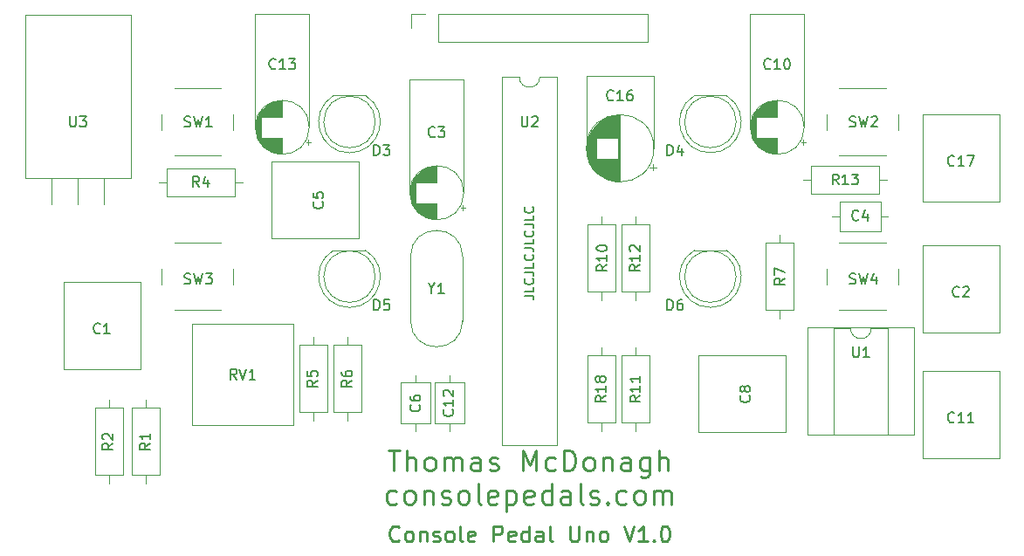
<source format=gbr>
G04 #@! TF.GenerationSoftware,KiCad,Pcbnew,(5.1.7)-1*
G04 #@! TF.CreationDate,2021-09-17T17:51:21-05:00*
G04 #@! TF.ProjectId,ConsolePedalUno,436f6e73-6f6c-4655-9065-64616c556e6f,rev?*
G04 #@! TF.SameCoordinates,Original*
G04 #@! TF.FileFunction,Legend,Top*
G04 #@! TF.FilePolarity,Positive*
%FSLAX46Y46*%
G04 Gerber Fmt 4.6, Leading zero omitted, Abs format (unit mm)*
G04 Created by KiCad (PCBNEW (5.1.7)-1) date 2021-09-17 17:51:21*
%MOMM*%
%LPD*%
G01*
G04 APERTURE LIST*
%ADD10C,0.250000*%
%ADD11C,0.150000*%
%ADD12C,0.120000*%
G04 APERTURE END LIST*
D10*
X119000714Y-113103761D02*
X120143571Y-113103761D01*
X119572142Y-115103761D02*
X119572142Y-113103761D01*
X120810238Y-115103761D02*
X120810238Y-113103761D01*
X121667380Y-115103761D02*
X121667380Y-114056142D01*
X121572142Y-113865666D01*
X121381666Y-113770428D01*
X121095952Y-113770428D01*
X120905476Y-113865666D01*
X120810238Y-113960904D01*
X122905476Y-115103761D02*
X122715000Y-115008523D01*
X122619761Y-114913285D01*
X122524523Y-114722809D01*
X122524523Y-114151380D01*
X122619761Y-113960904D01*
X122715000Y-113865666D01*
X122905476Y-113770428D01*
X123191190Y-113770428D01*
X123381666Y-113865666D01*
X123476904Y-113960904D01*
X123572142Y-114151380D01*
X123572142Y-114722809D01*
X123476904Y-114913285D01*
X123381666Y-115008523D01*
X123191190Y-115103761D01*
X122905476Y-115103761D01*
X124429285Y-115103761D02*
X124429285Y-113770428D01*
X124429285Y-113960904D02*
X124524523Y-113865666D01*
X124715000Y-113770428D01*
X125000714Y-113770428D01*
X125191190Y-113865666D01*
X125286428Y-114056142D01*
X125286428Y-115103761D01*
X125286428Y-114056142D02*
X125381666Y-113865666D01*
X125572142Y-113770428D01*
X125857857Y-113770428D01*
X126048333Y-113865666D01*
X126143571Y-114056142D01*
X126143571Y-115103761D01*
X127953095Y-115103761D02*
X127953095Y-114056142D01*
X127857857Y-113865666D01*
X127667380Y-113770428D01*
X127286428Y-113770428D01*
X127095952Y-113865666D01*
X127953095Y-115008523D02*
X127762619Y-115103761D01*
X127286428Y-115103761D01*
X127095952Y-115008523D01*
X127000714Y-114818047D01*
X127000714Y-114627571D01*
X127095952Y-114437095D01*
X127286428Y-114341857D01*
X127762619Y-114341857D01*
X127953095Y-114246619D01*
X128810238Y-115008523D02*
X129000714Y-115103761D01*
X129381666Y-115103761D01*
X129572142Y-115008523D01*
X129667380Y-114818047D01*
X129667380Y-114722809D01*
X129572142Y-114532333D01*
X129381666Y-114437095D01*
X129095952Y-114437095D01*
X128905476Y-114341857D01*
X128810238Y-114151380D01*
X128810238Y-114056142D01*
X128905476Y-113865666D01*
X129095952Y-113770428D01*
X129381666Y-113770428D01*
X129572142Y-113865666D01*
X132048333Y-115103761D02*
X132048333Y-113103761D01*
X132715000Y-114532333D01*
X133381666Y-113103761D01*
X133381666Y-115103761D01*
X135191190Y-115008523D02*
X135000714Y-115103761D01*
X134619761Y-115103761D01*
X134429285Y-115008523D01*
X134334047Y-114913285D01*
X134238809Y-114722809D01*
X134238809Y-114151380D01*
X134334047Y-113960904D01*
X134429285Y-113865666D01*
X134619761Y-113770428D01*
X135000714Y-113770428D01*
X135191190Y-113865666D01*
X136048333Y-115103761D02*
X136048333Y-113103761D01*
X136524523Y-113103761D01*
X136810238Y-113199000D01*
X137000714Y-113389476D01*
X137095952Y-113579952D01*
X137191190Y-113960904D01*
X137191190Y-114246619D01*
X137095952Y-114627571D01*
X137000714Y-114818047D01*
X136810238Y-115008523D01*
X136524523Y-115103761D01*
X136048333Y-115103761D01*
X138334047Y-115103761D02*
X138143571Y-115008523D01*
X138048333Y-114913285D01*
X137953095Y-114722809D01*
X137953095Y-114151380D01*
X138048333Y-113960904D01*
X138143571Y-113865666D01*
X138334047Y-113770428D01*
X138619761Y-113770428D01*
X138810238Y-113865666D01*
X138905476Y-113960904D01*
X139000714Y-114151380D01*
X139000714Y-114722809D01*
X138905476Y-114913285D01*
X138810238Y-115008523D01*
X138619761Y-115103761D01*
X138334047Y-115103761D01*
X139857857Y-113770428D02*
X139857857Y-115103761D01*
X139857857Y-113960904D02*
X139953095Y-113865666D01*
X140143571Y-113770428D01*
X140429285Y-113770428D01*
X140619761Y-113865666D01*
X140715000Y-114056142D01*
X140715000Y-115103761D01*
X142524523Y-115103761D02*
X142524523Y-114056142D01*
X142429285Y-113865666D01*
X142238809Y-113770428D01*
X141857857Y-113770428D01*
X141667380Y-113865666D01*
X142524523Y-115008523D02*
X142334047Y-115103761D01*
X141857857Y-115103761D01*
X141667380Y-115008523D01*
X141572142Y-114818047D01*
X141572142Y-114627571D01*
X141667380Y-114437095D01*
X141857857Y-114341857D01*
X142334047Y-114341857D01*
X142524523Y-114246619D01*
X144334047Y-113770428D02*
X144334047Y-115389476D01*
X144238809Y-115579952D01*
X144143571Y-115675190D01*
X143953095Y-115770428D01*
X143667380Y-115770428D01*
X143476904Y-115675190D01*
X144334047Y-115008523D02*
X144143571Y-115103761D01*
X143762619Y-115103761D01*
X143572142Y-115008523D01*
X143476904Y-114913285D01*
X143381666Y-114722809D01*
X143381666Y-114151380D01*
X143476904Y-113960904D01*
X143572142Y-113865666D01*
X143762619Y-113770428D01*
X144143571Y-113770428D01*
X144334047Y-113865666D01*
X145286428Y-115103761D02*
X145286428Y-113103761D01*
X146143571Y-115103761D02*
X146143571Y-114056142D01*
X146048333Y-113865666D01*
X145857857Y-113770428D01*
X145572142Y-113770428D01*
X145381666Y-113865666D01*
X145286428Y-113960904D01*
X119810238Y-118258523D02*
X119619761Y-118353761D01*
X119238809Y-118353761D01*
X119048333Y-118258523D01*
X118953095Y-118163285D01*
X118857857Y-117972809D01*
X118857857Y-117401380D01*
X118953095Y-117210904D01*
X119048333Y-117115666D01*
X119238809Y-117020428D01*
X119619761Y-117020428D01*
X119810238Y-117115666D01*
X120953095Y-118353761D02*
X120762619Y-118258523D01*
X120667380Y-118163285D01*
X120572142Y-117972809D01*
X120572142Y-117401380D01*
X120667380Y-117210904D01*
X120762619Y-117115666D01*
X120953095Y-117020428D01*
X121238809Y-117020428D01*
X121429285Y-117115666D01*
X121524523Y-117210904D01*
X121619761Y-117401380D01*
X121619761Y-117972809D01*
X121524523Y-118163285D01*
X121429285Y-118258523D01*
X121238809Y-118353761D01*
X120953095Y-118353761D01*
X122476904Y-117020428D02*
X122476904Y-118353761D01*
X122476904Y-117210904D02*
X122572142Y-117115666D01*
X122762619Y-117020428D01*
X123048333Y-117020428D01*
X123238809Y-117115666D01*
X123334047Y-117306142D01*
X123334047Y-118353761D01*
X124191190Y-118258523D02*
X124381666Y-118353761D01*
X124762619Y-118353761D01*
X124953095Y-118258523D01*
X125048333Y-118068047D01*
X125048333Y-117972809D01*
X124953095Y-117782333D01*
X124762619Y-117687095D01*
X124476904Y-117687095D01*
X124286428Y-117591857D01*
X124191190Y-117401380D01*
X124191190Y-117306142D01*
X124286428Y-117115666D01*
X124476904Y-117020428D01*
X124762619Y-117020428D01*
X124953095Y-117115666D01*
X126191190Y-118353761D02*
X126000714Y-118258523D01*
X125905476Y-118163285D01*
X125810238Y-117972809D01*
X125810238Y-117401380D01*
X125905476Y-117210904D01*
X126000714Y-117115666D01*
X126191190Y-117020428D01*
X126476904Y-117020428D01*
X126667380Y-117115666D01*
X126762619Y-117210904D01*
X126857857Y-117401380D01*
X126857857Y-117972809D01*
X126762619Y-118163285D01*
X126667380Y-118258523D01*
X126476904Y-118353761D01*
X126191190Y-118353761D01*
X128000714Y-118353761D02*
X127810238Y-118258523D01*
X127715000Y-118068047D01*
X127715000Y-116353761D01*
X129524523Y-118258523D02*
X129334047Y-118353761D01*
X128953095Y-118353761D01*
X128762619Y-118258523D01*
X128667380Y-118068047D01*
X128667380Y-117306142D01*
X128762619Y-117115666D01*
X128953095Y-117020428D01*
X129334047Y-117020428D01*
X129524523Y-117115666D01*
X129619761Y-117306142D01*
X129619761Y-117496619D01*
X128667380Y-117687095D01*
X130476904Y-117020428D02*
X130476904Y-119020428D01*
X130476904Y-117115666D02*
X130667380Y-117020428D01*
X131048333Y-117020428D01*
X131238809Y-117115666D01*
X131334047Y-117210904D01*
X131429285Y-117401380D01*
X131429285Y-117972809D01*
X131334047Y-118163285D01*
X131238809Y-118258523D01*
X131048333Y-118353761D01*
X130667380Y-118353761D01*
X130476904Y-118258523D01*
X133048333Y-118258523D02*
X132857857Y-118353761D01*
X132476904Y-118353761D01*
X132286428Y-118258523D01*
X132191190Y-118068047D01*
X132191190Y-117306142D01*
X132286428Y-117115666D01*
X132476904Y-117020428D01*
X132857857Y-117020428D01*
X133048333Y-117115666D01*
X133143571Y-117306142D01*
X133143571Y-117496619D01*
X132191190Y-117687095D01*
X134857857Y-118353761D02*
X134857857Y-116353761D01*
X134857857Y-118258523D02*
X134667380Y-118353761D01*
X134286428Y-118353761D01*
X134095952Y-118258523D01*
X134000714Y-118163285D01*
X133905476Y-117972809D01*
X133905476Y-117401380D01*
X134000714Y-117210904D01*
X134095952Y-117115666D01*
X134286428Y-117020428D01*
X134667380Y-117020428D01*
X134857857Y-117115666D01*
X136667380Y-118353761D02*
X136667380Y-117306142D01*
X136572142Y-117115666D01*
X136381666Y-117020428D01*
X136000714Y-117020428D01*
X135810238Y-117115666D01*
X136667380Y-118258523D02*
X136476904Y-118353761D01*
X136000714Y-118353761D01*
X135810238Y-118258523D01*
X135715000Y-118068047D01*
X135715000Y-117877571D01*
X135810238Y-117687095D01*
X136000714Y-117591857D01*
X136476904Y-117591857D01*
X136667380Y-117496619D01*
X137905476Y-118353761D02*
X137715000Y-118258523D01*
X137619761Y-118068047D01*
X137619761Y-116353761D01*
X138572142Y-118258523D02*
X138762619Y-118353761D01*
X139143571Y-118353761D01*
X139334047Y-118258523D01*
X139429285Y-118068047D01*
X139429285Y-117972809D01*
X139334047Y-117782333D01*
X139143571Y-117687095D01*
X138857857Y-117687095D01*
X138667380Y-117591857D01*
X138572142Y-117401380D01*
X138572142Y-117306142D01*
X138667380Y-117115666D01*
X138857857Y-117020428D01*
X139143571Y-117020428D01*
X139334047Y-117115666D01*
X140286428Y-118163285D02*
X140381666Y-118258523D01*
X140286428Y-118353761D01*
X140191190Y-118258523D01*
X140286428Y-118163285D01*
X140286428Y-118353761D01*
X142095952Y-118258523D02*
X141905476Y-118353761D01*
X141524523Y-118353761D01*
X141334047Y-118258523D01*
X141238809Y-118163285D01*
X141143571Y-117972809D01*
X141143571Y-117401380D01*
X141238809Y-117210904D01*
X141334047Y-117115666D01*
X141524523Y-117020428D01*
X141905476Y-117020428D01*
X142095952Y-117115666D01*
X143238809Y-118353761D02*
X143048333Y-118258523D01*
X142953095Y-118163285D01*
X142857857Y-117972809D01*
X142857857Y-117401380D01*
X142953095Y-117210904D01*
X143048333Y-117115666D01*
X143238809Y-117020428D01*
X143524523Y-117020428D01*
X143715000Y-117115666D01*
X143810238Y-117210904D01*
X143905476Y-117401380D01*
X143905476Y-117972809D01*
X143810238Y-118163285D01*
X143715000Y-118258523D01*
X143524523Y-118353761D01*
X143238809Y-118353761D01*
X144762619Y-118353761D02*
X144762619Y-117020428D01*
X144762619Y-117210904D02*
X144857857Y-117115666D01*
X145048333Y-117020428D01*
X145334047Y-117020428D01*
X145524523Y-117115666D01*
X145619761Y-117306142D01*
X145619761Y-118353761D01*
X145619761Y-117306142D02*
X145715000Y-117115666D01*
X145905476Y-117020428D01*
X146191190Y-117020428D01*
X146381666Y-117115666D01*
X146476904Y-117306142D01*
X146476904Y-118353761D01*
D11*
X132222142Y-98137142D02*
X132865000Y-98137142D01*
X132993571Y-98180000D01*
X133079285Y-98265714D01*
X133122142Y-98394285D01*
X133122142Y-98480000D01*
X133122142Y-97280000D02*
X133122142Y-97708571D01*
X132222142Y-97708571D01*
X133036428Y-96465714D02*
X133079285Y-96508571D01*
X133122142Y-96637142D01*
X133122142Y-96722857D01*
X133079285Y-96851428D01*
X132993571Y-96937142D01*
X132907857Y-96980000D01*
X132736428Y-97022857D01*
X132607857Y-97022857D01*
X132436428Y-96980000D01*
X132350714Y-96937142D01*
X132265000Y-96851428D01*
X132222142Y-96722857D01*
X132222142Y-96637142D01*
X132265000Y-96508571D01*
X132307857Y-96465714D01*
X132222142Y-95822857D02*
X132865000Y-95822857D01*
X132993571Y-95865714D01*
X133079285Y-95951428D01*
X133122142Y-96080000D01*
X133122142Y-96165714D01*
X133122142Y-94965714D02*
X133122142Y-95394285D01*
X132222142Y-95394285D01*
X133036428Y-94151428D02*
X133079285Y-94194285D01*
X133122142Y-94322857D01*
X133122142Y-94408571D01*
X133079285Y-94537142D01*
X132993571Y-94622857D01*
X132907857Y-94665714D01*
X132736428Y-94708571D01*
X132607857Y-94708571D01*
X132436428Y-94665714D01*
X132350714Y-94622857D01*
X132265000Y-94537142D01*
X132222142Y-94408571D01*
X132222142Y-94322857D01*
X132265000Y-94194285D01*
X132307857Y-94151428D01*
X132222142Y-93508571D02*
X132865000Y-93508571D01*
X132993571Y-93551428D01*
X133079285Y-93637142D01*
X133122142Y-93765714D01*
X133122142Y-93851428D01*
X133122142Y-92651428D02*
X133122142Y-93080000D01*
X132222142Y-93080000D01*
X133036428Y-91837142D02*
X133079285Y-91880000D01*
X133122142Y-92008571D01*
X133122142Y-92094285D01*
X133079285Y-92222857D01*
X132993571Y-92308571D01*
X132907857Y-92351428D01*
X132736428Y-92394285D01*
X132607857Y-92394285D01*
X132436428Y-92351428D01*
X132350714Y-92308571D01*
X132265000Y-92222857D01*
X132222142Y-92094285D01*
X132222142Y-92008571D01*
X132265000Y-91880000D01*
X132307857Y-91837142D01*
X132222142Y-91194285D02*
X132865000Y-91194285D01*
X132993571Y-91237142D01*
X133079285Y-91322857D01*
X133122142Y-91451428D01*
X133122142Y-91537142D01*
X133122142Y-90337142D02*
X133122142Y-90765714D01*
X132222142Y-90765714D01*
X133036428Y-89522857D02*
X133079285Y-89565714D01*
X133122142Y-89694285D01*
X133122142Y-89780000D01*
X133079285Y-89908571D01*
X132993571Y-89994285D01*
X132907857Y-90037142D01*
X132736428Y-90080000D01*
X132607857Y-90080000D01*
X132436428Y-90037142D01*
X132350714Y-89994285D01*
X132265000Y-89908571D01*
X132222142Y-89780000D01*
X132222142Y-89694285D01*
X132265000Y-89565714D01*
X132307857Y-89522857D01*
D10*
X120072142Y-121820714D02*
X120000714Y-121892142D01*
X119786428Y-121963571D01*
X119643571Y-121963571D01*
X119429285Y-121892142D01*
X119286428Y-121749285D01*
X119214999Y-121606428D01*
X119143571Y-121320714D01*
X119143571Y-121106428D01*
X119214999Y-120820714D01*
X119286428Y-120677857D01*
X119429285Y-120535000D01*
X119643571Y-120463571D01*
X119786428Y-120463571D01*
X120000714Y-120535000D01*
X120072142Y-120606428D01*
X120929285Y-121963571D02*
X120786428Y-121892142D01*
X120714999Y-121820714D01*
X120643571Y-121677857D01*
X120643571Y-121249285D01*
X120714999Y-121106428D01*
X120786428Y-121035000D01*
X120929285Y-120963571D01*
X121143571Y-120963571D01*
X121286428Y-121035000D01*
X121357857Y-121106428D01*
X121429285Y-121249285D01*
X121429285Y-121677857D01*
X121357857Y-121820714D01*
X121286428Y-121892142D01*
X121143571Y-121963571D01*
X120929285Y-121963571D01*
X122072142Y-120963571D02*
X122072142Y-121963571D01*
X122072142Y-121106428D02*
X122143571Y-121035000D01*
X122286428Y-120963571D01*
X122500714Y-120963571D01*
X122643571Y-121035000D01*
X122714999Y-121177857D01*
X122714999Y-121963571D01*
X123357857Y-121892142D02*
X123500714Y-121963571D01*
X123786428Y-121963571D01*
X123929285Y-121892142D01*
X124000714Y-121749285D01*
X124000714Y-121677857D01*
X123929285Y-121535000D01*
X123786428Y-121463571D01*
X123572142Y-121463571D01*
X123429285Y-121392142D01*
X123357857Y-121249285D01*
X123357857Y-121177857D01*
X123429285Y-121035000D01*
X123572142Y-120963571D01*
X123786428Y-120963571D01*
X123929285Y-121035000D01*
X124857857Y-121963571D02*
X124714999Y-121892142D01*
X124643571Y-121820714D01*
X124572142Y-121677857D01*
X124572142Y-121249285D01*
X124643571Y-121106428D01*
X124714999Y-121035000D01*
X124857857Y-120963571D01*
X125072142Y-120963571D01*
X125215000Y-121035000D01*
X125286428Y-121106428D01*
X125357857Y-121249285D01*
X125357857Y-121677857D01*
X125286428Y-121820714D01*
X125215000Y-121892142D01*
X125072142Y-121963571D01*
X124857857Y-121963571D01*
X126215000Y-121963571D02*
X126072142Y-121892142D01*
X126000714Y-121749285D01*
X126000714Y-120463571D01*
X127357857Y-121892142D02*
X127214999Y-121963571D01*
X126929285Y-121963571D01*
X126786428Y-121892142D01*
X126714999Y-121749285D01*
X126714999Y-121177857D01*
X126786428Y-121035000D01*
X126929285Y-120963571D01*
X127214999Y-120963571D01*
X127357857Y-121035000D01*
X127429285Y-121177857D01*
X127429285Y-121320714D01*
X126714999Y-121463571D01*
X129214999Y-121963571D02*
X129214999Y-120463571D01*
X129786428Y-120463571D01*
X129929285Y-120535000D01*
X130000714Y-120606428D01*
X130072142Y-120749285D01*
X130072142Y-120963571D01*
X130000714Y-121106428D01*
X129929285Y-121177857D01*
X129786428Y-121249285D01*
X129214999Y-121249285D01*
X131286428Y-121892142D02*
X131143571Y-121963571D01*
X130857857Y-121963571D01*
X130714999Y-121892142D01*
X130643571Y-121749285D01*
X130643571Y-121177857D01*
X130714999Y-121035000D01*
X130857857Y-120963571D01*
X131143571Y-120963571D01*
X131286428Y-121035000D01*
X131357857Y-121177857D01*
X131357857Y-121320714D01*
X130643571Y-121463571D01*
X132643571Y-121963571D02*
X132643571Y-120463571D01*
X132643571Y-121892142D02*
X132500714Y-121963571D01*
X132214999Y-121963571D01*
X132072142Y-121892142D01*
X132000714Y-121820714D01*
X131929285Y-121677857D01*
X131929285Y-121249285D01*
X132000714Y-121106428D01*
X132072142Y-121035000D01*
X132214999Y-120963571D01*
X132500714Y-120963571D01*
X132643571Y-121035000D01*
X134000714Y-121963571D02*
X134000714Y-121177857D01*
X133929285Y-121035000D01*
X133786428Y-120963571D01*
X133500714Y-120963571D01*
X133357857Y-121035000D01*
X134000714Y-121892142D02*
X133857857Y-121963571D01*
X133500714Y-121963571D01*
X133357857Y-121892142D01*
X133286428Y-121749285D01*
X133286428Y-121606428D01*
X133357857Y-121463571D01*
X133500714Y-121392142D01*
X133857857Y-121392142D01*
X134000714Y-121320714D01*
X134929285Y-121963571D02*
X134786428Y-121892142D01*
X134715000Y-121749285D01*
X134715000Y-120463571D01*
X136643571Y-120463571D02*
X136643571Y-121677857D01*
X136715000Y-121820714D01*
X136786428Y-121892142D01*
X136929285Y-121963571D01*
X137215000Y-121963571D01*
X137357857Y-121892142D01*
X137429285Y-121820714D01*
X137500714Y-121677857D01*
X137500714Y-120463571D01*
X138215000Y-120963571D02*
X138215000Y-121963571D01*
X138215000Y-121106428D02*
X138286428Y-121035000D01*
X138429285Y-120963571D01*
X138643571Y-120963571D01*
X138786428Y-121035000D01*
X138857857Y-121177857D01*
X138857857Y-121963571D01*
X139786428Y-121963571D02*
X139643571Y-121892142D01*
X139572142Y-121820714D01*
X139500714Y-121677857D01*
X139500714Y-121249285D01*
X139572142Y-121106428D01*
X139643571Y-121035000D01*
X139786428Y-120963571D01*
X140000714Y-120963571D01*
X140143571Y-121035000D01*
X140215000Y-121106428D01*
X140286428Y-121249285D01*
X140286428Y-121677857D01*
X140215000Y-121820714D01*
X140143571Y-121892142D01*
X140000714Y-121963571D01*
X139786428Y-121963571D01*
X141857857Y-120463571D02*
X142357857Y-121963571D01*
X142857857Y-120463571D01*
X144143571Y-121963571D02*
X143286428Y-121963571D01*
X143715000Y-121963571D02*
X143715000Y-120463571D01*
X143572142Y-120677857D01*
X143429285Y-120820714D01*
X143286428Y-120892142D01*
X144786428Y-121820714D02*
X144857857Y-121892142D01*
X144786428Y-121963571D01*
X144715000Y-121892142D01*
X144786428Y-121820714D01*
X144786428Y-121963571D01*
X145786428Y-120463571D02*
X145929285Y-120463571D01*
X146072142Y-120535000D01*
X146143571Y-120606428D01*
X146215000Y-120749285D01*
X146286428Y-121035000D01*
X146286428Y-121392142D01*
X146215000Y-121677857D01*
X146143571Y-121820714D01*
X146072142Y-121892142D01*
X145929285Y-121963571D01*
X145786428Y-121963571D01*
X145643571Y-121892142D01*
X145572142Y-121820714D01*
X145500714Y-121677857D01*
X145429285Y-121392142D01*
X145429285Y-121035000D01*
X145500714Y-120749285D01*
X145572142Y-120606428D01*
X145643571Y-120535000D01*
X145786428Y-120463571D01*
D12*
G04 #@! TO.C,C1*
X94946000Y-105256000D02*
X87506000Y-105256000D01*
X94946000Y-96766000D02*
X87506000Y-96766000D01*
X94946000Y-105256000D02*
X94946000Y-96766000D01*
X87506000Y-105256000D02*
X87506000Y-96766000D01*
G04 #@! TO.C,C2*
X178258000Y-101700000D02*
X170818000Y-101700000D01*
X178258000Y-93210000D02*
X170818000Y-93210000D01*
X178258000Y-101700000D02*
X178258000Y-93210000D01*
X170818000Y-101700000D02*
X170818000Y-93210000D01*
G04 #@! TO.C,C3*
X126268775Y-89863000D02*
X126268775Y-89363000D01*
X126518775Y-89613000D02*
X126018775Y-89613000D01*
X121113000Y-88422000D02*
X121113000Y-87854000D01*
X121153000Y-88656000D02*
X121153000Y-87620000D01*
X121193000Y-88815000D02*
X121193000Y-87461000D01*
X121233000Y-88943000D02*
X121233000Y-87333000D01*
X121273000Y-89053000D02*
X121273000Y-87223000D01*
X121313000Y-89149000D02*
X121313000Y-87127000D01*
X121353000Y-89236000D02*
X121353000Y-87040000D01*
X121393000Y-89316000D02*
X121393000Y-86960000D01*
X121433000Y-89389000D02*
X121433000Y-86887000D01*
X121473000Y-89457000D02*
X121473000Y-86819000D01*
X121513000Y-89521000D02*
X121513000Y-86755000D01*
X121553000Y-89581000D02*
X121553000Y-86695000D01*
X121593000Y-89638000D02*
X121593000Y-86638000D01*
X121633000Y-89692000D02*
X121633000Y-86584000D01*
X121673000Y-89743000D02*
X121673000Y-86533000D01*
X121713000Y-87098000D02*
X121713000Y-86485000D01*
X121713000Y-89791000D02*
X121713000Y-89178000D01*
X121753000Y-87098000D02*
X121753000Y-86439000D01*
X121753000Y-89837000D02*
X121753000Y-89178000D01*
X121793000Y-87098000D02*
X121793000Y-86395000D01*
X121793000Y-89881000D02*
X121793000Y-89178000D01*
X121833000Y-87098000D02*
X121833000Y-86353000D01*
X121833000Y-89923000D02*
X121833000Y-89178000D01*
X121873000Y-87098000D02*
X121873000Y-86312000D01*
X121873000Y-89964000D02*
X121873000Y-89178000D01*
X121913000Y-87098000D02*
X121913000Y-86274000D01*
X121913000Y-90002000D02*
X121913000Y-89178000D01*
X121953000Y-87098000D02*
X121953000Y-86237000D01*
X121953000Y-90039000D02*
X121953000Y-89178000D01*
X121993000Y-87098000D02*
X121993000Y-86201000D01*
X121993000Y-90075000D02*
X121993000Y-89178000D01*
X122033000Y-87098000D02*
X122033000Y-86167000D01*
X122033000Y-90109000D02*
X122033000Y-89178000D01*
X122073000Y-87098000D02*
X122073000Y-86134000D01*
X122073000Y-90142000D02*
X122073000Y-89178000D01*
X122113000Y-87098000D02*
X122113000Y-86103000D01*
X122113000Y-90173000D02*
X122113000Y-89178000D01*
X122153000Y-87098000D02*
X122153000Y-86073000D01*
X122153000Y-90203000D02*
X122153000Y-89178000D01*
X122193000Y-87098000D02*
X122193000Y-86043000D01*
X122193000Y-90233000D02*
X122193000Y-89178000D01*
X122233000Y-87098000D02*
X122233000Y-86016000D01*
X122233000Y-90260000D02*
X122233000Y-89178000D01*
X122273000Y-87098000D02*
X122273000Y-85989000D01*
X122273000Y-90287000D02*
X122273000Y-89178000D01*
X122313000Y-87098000D02*
X122313000Y-85963000D01*
X122313000Y-90313000D02*
X122313000Y-89178000D01*
X122353000Y-87098000D02*
X122353000Y-85938000D01*
X122353000Y-90338000D02*
X122353000Y-89178000D01*
X122393000Y-87098000D02*
X122393000Y-85914000D01*
X122393000Y-90362000D02*
X122393000Y-89178000D01*
X122433000Y-87098000D02*
X122433000Y-85891000D01*
X122433000Y-90385000D02*
X122433000Y-89178000D01*
X122473000Y-87098000D02*
X122473000Y-85870000D01*
X122473000Y-90406000D02*
X122473000Y-89178000D01*
X122513000Y-87098000D02*
X122513000Y-85848000D01*
X122513000Y-90428000D02*
X122513000Y-89178000D01*
X122553000Y-87098000D02*
X122553000Y-85828000D01*
X122553000Y-90448000D02*
X122553000Y-89178000D01*
X122593000Y-87098000D02*
X122593000Y-85809000D01*
X122593000Y-90467000D02*
X122593000Y-89178000D01*
X122633000Y-87098000D02*
X122633000Y-85790000D01*
X122633000Y-90486000D02*
X122633000Y-89178000D01*
X122673000Y-87098000D02*
X122673000Y-85773000D01*
X122673000Y-90503000D02*
X122673000Y-89178000D01*
X122713000Y-87098000D02*
X122713000Y-85756000D01*
X122713000Y-90520000D02*
X122713000Y-89178000D01*
X122753000Y-87098000D02*
X122753000Y-85740000D01*
X122753000Y-90536000D02*
X122753000Y-89178000D01*
X122793000Y-87098000D02*
X122793000Y-85724000D01*
X122793000Y-90552000D02*
X122793000Y-89178000D01*
X122833000Y-87098000D02*
X122833000Y-85710000D01*
X122833000Y-90566000D02*
X122833000Y-89178000D01*
X122873000Y-87098000D02*
X122873000Y-85696000D01*
X122873000Y-90580000D02*
X122873000Y-89178000D01*
X122913000Y-87098000D02*
X122913000Y-85683000D01*
X122913000Y-90593000D02*
X122913000Y-89178000D01*
X122953000Y-87098000D02*
X122953000Y-85670000D01*
X122953000Y-90606000D02*
X122953000Y-89178000D01*
X122993000Y-87098000D02*
X122993000Y-85658000D01*
X122993000Y-90618000D02*
X122993000Y-89178000D01*
X123034000Y-87098000D02*
X123034000Y-85647000D01*
X123034000Y-90629000D02*
X123034000Y-89178000D01*
X123074000Y-87098000D02*
X123074000Y-85637000D01*
X123074000Y-90639000D02*
X123074000Y-89178000D01*
X123114000Y-87098000D02*
X123114000Y-85627000D01*
X123114000Y-90649000D02*
X123114000Y-89178000D01*
X123154000Y-87098000D02*
X123154000Y-85618000D01*
X123154000Y-90658000D02*
X123154000Y-89178000D01*
X123194000Y-87098000D02*
X123194000Y-85610000D01*
X123194000Y-90666000D02*
X123194000Y-89178000D01*
X123234000Y-87098000D02*
X123234000Y-85602000D01*
X123234000Y-90674000D02*
X123234000Y-89178000D01*
X123274000Y-87098000D02*
X123274000Y-85595000D01*
X123274000Y-90681000D02*
X123274000Y-89178000D01*
X123314000Y-87098000D02*
X123314000Y-85588000D01*
X123314000Y-90688000D02*
X123314000Y-89178000D01*
X123354000Y-87098000D02*
X123354000Y-85582000D01*
X123354000Y-90694000D02*
X123354000Y-89178000D01*
X123394000Y-87098000D02*
X123394000Y-85577000D01*
X123394000Y-90699000D02*
X123394000Y-89178000D01*
X123434000Y-87098000D02*
X123434000Y-85573000D01*
X123434000Y-90703000D02*
X123434000Y-89178000D01*
X123474000Y-87098000D02*
X123474000Y-85569000D01*
X123474000Y-90707000D02*
X123474000Y-89178000D01*
X123514000Y-87098000D02*
X123514000Y-85565000D01*
X123514000Y-90711000D02*
X123514000Y-89178000D01*
X123554000Y-87098000D02*
X123554000Y-85562000D01*
X123554000Y-90714000D02*
X123554000Y-89178000D01*
X123594000Y-87098000D02*
X123594000Y-85560000D01*
X123594000Y-90716000D02*
X123594000Y-89178000D01*
X123634000Y-87098000D02*
X123634000Y-85559000D01*
X123634000Y-90717000D02*
X123634000Y-89178000D01*
X123674000Y-90718000D02*
X123674000Y-89178000D01*
X123674000Y-87098000D02*
X123674000Y-85558000D01*
X123714000Y-90718000D02*
X123714000Y-89178000D01*
X123714000Y-87098000D02*
X123714000Y-85558000D01*
X126334000Y-88138000D02*
G75*
G03*
X126334000Y-88138000I-2620000J0D01*
G01*
X121094000Y-88138000D02*
X121094000Y-77138000D01*
X126334000Y-88138000D02*
X126334000Y-77138000D01*
X126334000Y-77138000D02*
X121094000Y-77138000D01*
G04 #@! TO.C,C4*
X162766000Y-89004000D02*
X162766000Y-91844000D01*
X162766000Y-91844000D02*
X166806000Y-91844000D01*
X166806000Y-91844000D02*
X166806000Y-89004000D01*
X166806000Y-89004000D02*
X162766000Y-89004000D01*
X162076000Y-90424000D02*
X162766000Y-90424000D01*
X167496000Y-90424000D02*
X166806000Y-90424000D01*
G04 #@! TO.C,C5*
X116178000Y-92580000D02*
X107688000Y-92580000D01*
X116178000Y-85140000D02*
X107688000Y-85140000D01*
X107688000Y-85140000D02*
X107688000Y-92580000D01*
X116178000Y-85140000D02*
X116178000Y-92580000D01*
G04 #@! TO.C,C6*
X120246000Y-110538000D02*
X123086000Y-110538000D01*
X123086000Y-110538000D02*
X123086000Y-106498000D01*
X123086000Y-106498000D02*
X120246000Y-106498000D01*
X120246000Y-106498000D02*
X120246000Y-110538000D01*
X121666000Y-111228000D02*
X121666000Y-110538000D01*
X121666000Y-105808000D02*
X121666000Y-106498000D01*
G04 #@! TO.C,C8*
X157580000Y-111376000D02*
X149090000Y-111376000D01*
X157580000Y-103936000D02*
X149090000Y-103936000D01*
X149090000Y-103936000D02*
X149090000Y-111376000D01*
X157580000Y-103936000D02*
X157580000Y-111376000D01*
G04 #@! TO.C,C10*
X159354000Y-70788000D02*
X154114000Y-70788000D01*
X159354000Y-81788000D02*
X159354000Y-70788000D01*
X154114000Y-81788000D02*
X154114000Y-70788000D01*
X159354000Y-81788000D02*
G75*
G03*
X159354000Y-81788000I-2620000J0D01*
G01*
X156734000Y-80748000D02*
X156734000Y-79208000D01*
X156734000Y-84368000D02*
X156734000Y-82828000D01*
X156694000Y-80748000D02*
X156694000Y-79208000D01*
X156694000Y-84368000D02*
X156694000Y-82828000D01*
X156654000Y-84367000D02*
X156654000Y-82828000D01*
X156654000Y-80748000D02*
X156654000Y-79209000D01*
X156614000Y-84366000D02*
X156614000Y-82828000D01*
X156614000Y-80748000D02*
X156614000Y-79210000D01*
X156574000Y-84364000D02*
X156574000Y-82828000D01*
X156574000Y-80748000D02*
X156574000Y-79212000D01*
X156534000Y-84361000D02*
X156534000Y-82828000D01*
X156534000Y-80748000D02*
X156534000Y-79215000D01*
X156494000Y-84357000D02*
X156494000Y-82828000D01*
X156494000Y-80748000D02*
X156494000Y-79219000D01*
X156454000Y-84353000D02*
X156454000Y-82828000D01*
X156454000Y-80748000D02*
X156454000Y-79223000D01*
X156414000Y-84349000D02*
X156414000Y-82828000D01*
X156414000Y-80748000D02*
X156414000Y-79227000D01*
X156374000Y-84344000D02*
X156374000Y-82828000D01*
X156374000Y-80748000D02*
X156374000Y-79232000D01*
X156334000Y-84338000D02*
X156334000Y-82828000D01*
X156334000Y-80748000D02*
X156334000Y-79238000D01*
X156294000Y-84331000D02*
X156294000Y-82828000D01*
X156294000Y-80748000D02*
X156294000Y-79245000D01*
X156254000Y-84324000D02*
X156254000Y-82828000D01*
X156254000Y-80748000D02*
X156254000Y-79252000D01*
X156214000Y-84316000D02*
X156214000Y-82828000D01*
X156214000Y-80748000D02*
X156214000Y-79260000D01*
X156174000Y-84308000D02*
X156174000Y-82828000D01*
X156174000Y-80748000D02*
X156174000Y-79268000D01*
X156134000Y-84299000D02*
X156134000Y-82828000D01*
X156134000Y-80748000D02*
X156134000Y-79277000D01*
X156094000Y-84289000D02*
X156094000Y-82828000D01*
X156094000Y-80748000D02*
X156094000Y-79287000D01*
X156054000Y-84279000D02*
X156054000Y-82828000D01*
X156054000Y-80748000D02*
X156054000Y-79297000D01*
X156013000Y-84268000D02*
X156013000Y-82828000D01*
X156013000Y-80748000D02*
X156013000Y-79308000D01*
X155973000Y-84256000D02*
X155973000Y-82828000D01*
X155973000Y-80748000D02*
X155973000Y-79320000D01*
X155933000Y-84243000D02*
X155933000Y-82828000D01*
X155933000Y-80748000D02*
X155933000Y-79333000D01*
X155893000Y-84230000D02*
X155893000Y-82828000D01*
X155893000Y-80748000D02*
X155893000Y-79346000D01*
X155853000Y-84216000D02*
X155853000Y-82828000D01*
X155853000Y-80748000D02*
X155853000Y-79360000D01*
X155813000Y-84202000D02*
X155813000Y-82828000D01*
X155813000Y-80748000D02*
X155813000Y-79374000D01*
X155773000Y-84186000D02*
X155773000Y-82828000D01*
X155773000Y-80748000D02*
X155773000Y-79390000D01*
X155733000Y-84170000D02*
X155733000Y-82828000D01*
X155733000Y-80748000D02*
X155733000Y-79406000D01*
X155693000Y-84153000D02*
X155693000Y-82828000D01*
X155693000Y-80748000D02*
X155693000Y-79423000D01*
X155653000Y-84136000D02*
X155653000Y-82828000D01*
X155653000Y-80748000D02*
X155653000Y-79440000D01*
X155613000Y-84117000D02*
X155613000Y-82828000D01*
X155613000Y-80748000D02*
X155613000Y-79459000D01*
X155573000Y-84098000D02*
X155573000Y-82828000D01*
X155573000Y-80748000D02*
X155573000Y-79478000D01*
X155533000Y-84078000D02*
X155533000Y-82828000D01*
X155533000Y-80748000D02*
X155533000Y-79498000D01*
X155493000Y-84056000D02*
X155493000Y-82828000D01*
X155493000Y-80748000D02*
X155493000Y-79520000D01*
X155453000Y-84035000D02*
X155453000Y-82828000D01*
X155453000Y-80748000D02*
X155453000Y-79541000D01*
X155413000Y-84012000D02*
X155413000Y-82828000D01*
X155413000Y-80748000D02*
X155413000Y-79564000D01*
X155373000Y-83988000D02*
X155373000Y-82828000D01*
X155373000Y-80748000D02*
X155373000Y-79588000D01*
X155333000Y-83963000D02*
X155333000Y-82828000D01*
X155333000Y-80748000D02*
X155333000Y-79613000D01*
X155293000Y-83937000D02*
X155293000Y-82828000D01*
X155293000Y-80748000D02*
X155293000Y-79639000D01*
X155253000Y-83910000D02*
X155253000Y-82828000D01*
X155253000Y-80748000D02*
X155253000Y-79666000D01*
X155213000Y-83883000D02*
X155213000Y-82828000D01*
X155213000Y-80748000D02*
X155213000Y-79693000D01*
X155173000Y-83853000D02*
X155173000Y-82828000D01*
X155173000Y-80748000D02*
X155173000Y-79723000D01*
X155133000Y-83823000D02*
X155133000Y-82828000D01*
X155133000Y-80748000D02*
X155133000Y-79753000D01*
X155093000Y-83792000D02*
X155093000Y-82828000D01*
X155093000Y-80748000D02*
X155093000Y-79784000D01*
X155053000Y-83759000D02*
X155053000Y-82828000D01*
X155053000Y-80748000D02*
X155053000Y-79817000D01*
X155013000Y-83725000D02*
X155013000Y-82828000D01*
X155013000Y-80748000D02*
X155013000Y-79851000D01*
X154973000Y-83689000D02*
X154973000Y-82828000D01*
X154973000Y-80748000D02*
X154973000Y-79887000D01*
X154933000Y-83652000D02*
X154933000Y-82828000D01*
X154933000Y-80748000D02*
X154933000Y-79924000D01*
X154893000Y-83614000D02*
X154893000Y-82828000D01*
X154893000Y-80748000D02*
X154893000Y-79962000D01*
X154853000Y-83573000D02*
X154853000Y-82828000D01*
X154853000Y-80748000D02*
X154853000Y-80003000D01*
X154813000Y-83531000D02*
X154813000Y-82828000D01*
X154813000Y-80748000D02*
X154813000Y-80045000D01*
X154773000Y-83487000D02*
X154773000Y-82828000D01*
X154773000Y-80748000D02*
X154773000Y-80089000D01*
X154733000Y-83441000D02*
X154733000Y-82828000D01*
X154733000Y-80748000D02*
X154733000Y-80135000D01*
X154693000Y-83393000D02*
X154693000Y-80183000D01*
X154653000Y-83342000D02*
X154653000Y-80234000D01*
X154613000Y-83288000D02*
X154613000Y-80288000D01*
X154573000Y-83231000D02*
X154573000Y-80345000D01*
X154533000Y-83171000D02*
X154533000Y-80405000D01*
X154493000Y-83107000D02*
X154493000Y-80469000D01*
X154453000Y-83039000D02*
X154453000Y-80537000D01*
X154413000Y-82966000D02*
X154413000Y-80610000D01*
X154373000Y-82886000D02*
X154373000Y-80690000D01*
X154333000Y-82799000D02*
X154333000Y-80777000D01*
X154293000Y-82703000D02*
X154293000Y-80873000D01*
X154253000Y-82593000D02*
X154253000Y-80983000D01*
X154213000Y-82465000D02*
X154213000Y-81111000D01*
X154173000Y-82306000D02*
X154173000Y-81270000D01*
X154133000Y-82072000D02*
X154133000Y-81504000D01*
X159538775Y-83263000D02*
X159038775Y-83263000D01*
X159288775Y-83513000D02*
X159288775Y-83013000D01*
G04 #@! TO.C,C11*
X178258000Y-113892000D02*
X170818000Y-113892000D01*
X178258000Y-105402000D02*
X170818000Y-105402000D01*
X178258000Y-113892000D02*
X178258000Y-105402000D01*
X170818000Y-113892000D02*
X170818000Y-105402000D01*
G04 #@! TO.C,C12*
X124968000Y-105808000D02*
X124968000Y-106498000D01*
X124968000Y-111228000D02*
X124968000Y-110538000D01*
X123548000Y-106498000D02*
X123548000Y-110538000D01*
X126388000Y-106498000D02*
X123548000Y-106498000D01*
X126388000Y-110538000D02*
X126388000Y-106498000D01*
X123548000Y-110538000D02*
X126388000Y-110538000D01*
G04 #@! TO.C,C13*
X111348000Y-70788000D02*
X106108000Y-70788000D01*
X111348000Y-81788000D02*
X111348000Y-70788000D01*
X106108000Y-81788000D02*
X106108000Y-70788000D01*
X111348000Y-81788000D02*
G75*
G03*
X111348000Y-81788000I-2620000J0D01*
G01*
X108728000Y-80748000D02*
X108728000Y-79208000D01*
X108728000Y-84368000D02*
X108728000Y-82828000D01*
X108688000Y-80748000D02*
X108688000Y-79208000D01*
X108688000Y-84368000D02*
X108688000Y-82828000D01*
X108648000Y-84367000D02*
X108648000Y-82828000D01*
X108648000Y-80748000D02*
X108648000Y-79209000D01*
X108608000Y-84366000D02*
X108608000Y-82828000D01*
X108608000Y-80748000D02*
X108608000Y-79210000D01*
X108568000Y-84364000D02*
X108568000Y-82828000D01*
X108568000Y-80748000D02*
X108568000Y-79212000D01*
X108528000Y-84361000D02*
X108528000Y-82828000D01*
X108528000Y-80748000D02*
X108528000Y-79215000D01*
X108488000Y-84357000D02*
X108488000Y-82828000D01*
X108488000Y-80748000D02*
X108488000Y-79219000D01*
X108448000Y-84353000D02*
X108448000Y-82828000D01*
X108448000Y-80748000D02*
X108448000Y-79223000D01*
X108408000Y-84349000D02*
X108408000Y-82828000D01*
X108408000Y-80748000D02*
X108408000Y-79227000D01*
X108368000Y-84344000D02*
X108368000Y-82828000D01*
X108368000Y-80748000D02*
X108368000Y-79232000D01*
X108328000Y-84338000D02*
X108328000Y-82828000D01*
X108328000Y-80748000D02*
X108328000Y-79238000D01*
X108288000Y-84331000D02*
X108288000Y-82828000D01*
X108288000Y-80748000D02*
X108288000Y-79245000D01*
X108248000Y-84324000D02*
X108248000Y-82828000D01*
X108248000Y-80748000D02*
X108248000Y-79252000D01*
X108208000Y-84316000D02*
X108208000Y-82828000D01*
X108208000Y-80748000D02*
X108208000Y-79260000D01*
X108168000Y-84308000D02*
X108168000Y-82828000D01*
X108168000Y-80748000D02*
X108168000Y-79268000D01*
X108128000Y-84299000D02*
X108128000Y-82828000D01*
X108128000Y-80748000D02*
X108128000Y-79277000D01*
X108088000Y-84289000D02*
X108088000Y-82828000D01*
X108088000Y-80748000D02*
X108088000Y-79287000D01*
X108048000Y-84279000D02*
X108048000Y-82828000D01*
X108048000Y-80748000D02*
X108048000Y-79297000D01*
X108007000Y-84268000D02*
X108007000Y-82828000D01*
X108007000Y-80748000D02*
X108007000Y-79308000D01*
X107967000Y-84256000D02*
X107967000Y-82828000D01*
X107967000Y-80748000D02*
X107967000Y-79320000D01*
X107927000Y-84243000D02*
X107927000Y-82828000D01*
X107927000Y-80748000D02*
X107927000Y-79333000D01*
X107887000Y-84230000D02*
X107887000Y-82828000D01*
X107887000Y-80748000D02*
X107887000Y-79346000D01*
X107847000Y-84216000D02*
X107847000Y-82828000D01*
X107847000Y-80748000D02*
X107847000Y-79360000D01*
X107807000Y-84202000D02*
X107807000Y-82828000D01*
X107807000Y-80748000D02*
X107807000Y-79374000D01*
X107767000Y-84186000D02*
X107767000Y-82828000D01*
X107767000Y-80748000D02*
X107767000Y-79390000D01*
X107727000Y-84170000D02*
X107727000Y-82828000D01*
X107727000Y-80748000D02*
X107727000Y-79406000D01*
X107687000Y-84153000D02*
X107687000Y-82828000D01*
X107687000Y-80748000D02*
X107687000Y-79423000D01*
X107647000Y-84136000D02*
X107647000Y-82828000D01*
X107647000Y-80748000D02*
X107647000Y-79440000D01*
X107607000Y-84117000D02*
X107607000Y-82828000D01*
X107607000Y-80748000D02*
X107607000Y-79459000D01*
X107567000Y-84098000D02*
X107567000Y-82828000D01*
X107567000Y-80748000D02*
X107567000Y-79478000D01*
X107527000Y-84078000D02*
X107527000Y-82828000D01*
X107527000Y-80748000D02*
X107527000Y-79498000D01*
X107487000Y-84056000D02*
X107487000Y-82828000D01*
X107487000Y-80748000D02*
X107487000Y-79520000D01*
X107447000Y-84035000D02*
X107447000Y-82828000D01*
X107447000Y-80748000D02*
X107447000Y-79541000D01*
X107407000Y-84012000D02*
X107407000Y-82828000D01*
X107407000Y-80748000D02*
X107407000Y-79564000D01*
X107367000Y-83988000D02*
X107367000Y-82828000D01*
X107367000Y-80748000D02*
X107367000Y-79588000D01*
X107327000Y-83963000D02*
X107327000Y-82828000D01*
X107327000Y-80748000D02*
X107327000Y-79613000D01*
X107287000Y-83937000D02*
X107287000Y-82828000D01*
X107287000Y-80748000D02*
X107287000Y-79639000D01*
X107247000Y-83910000D02*
X107247000Y-82828000D01*
X107247000Y-80748000D02*
X107247000Y-79666000D01*
X107207000Y-83883000D02*
X107207000Y-82828000D01*
X107207000Y-80748000D02*
X107207000Y-79693000D01*
X107167000Y-83853000D02*
X107167000Y-82828000D01*
X107167000Y-80748000D02*
X107167000Y-79723000D01*
X107127000Y-83823000D02*
X107127000Y-82828000D01*
X107127000Y-80748000D02*
X107127000Y-79753000D01*
X107087000Y-83792000D02*
X107087000Y-82828000D01*
X107087000Y-80748000D02*
X107087000Y-79784000D01*
X107047000Y-83759000D02*
X107047000Y-82828000D01*
X107047000Y-80748000D02*
X107047000Y-79817000D01*
X107007000Y-83725000D02*
X107007000Y-82828000D01*
X107007000Y-80748000D02*
X107007000Y-79851000D01*
X106967000Y-83689000D02*
X106967000Y-82828000D01*
X106967000Y-80748000D02*
X106967000Y-79887000D01*
X106927000Y-83652000D02*
X106927000Y-82828000D01*
X106927000Y-80748000D02*
X106927000Y-79924000D01*
X106887000Y-83614000D02*
X106887000Y-82828000D01*
X106887000Y-80748000D02*
X106887000Y-79962000D01*
X106847000Y-83573000D02*
X106847000Y-82828000D01*
X106847000Y-80748000D02*
X106847000Y-80003000D01*
X106807000Y-83531000D02*
X106807000Y-82828000D01*
X106807000Y-80748000D02*
X106807000Y-80045000D01*
X106767000Y-83487000D02*
X106767000Y-82828000D01*
X106767000Y-80748000D02*
X106767000Y-80089000D01*
X106727000Y-83441000D02*
X106727000Y-82828000D01*
X106727000Y-80748000D02*
X106727000Y-80135000D01*
X106687000Y-83393000D02*
X106687000Y-80183000D01*
X106647000Y-83342000D02*
X106647000Y-80234000D01*
X106607000Y-83288000D02*
X106607000Y-80288000D01*
X106567000Y-83231000D02*
X106567000Y-80345000D01*
X106527000Y-83171000D02*
X106527000Y-80405000D01*
X106487000Y-83107000D02*
X106487000Y-80469000D01*
X106447000Y-83039000D02*
X106447000Y-80537000D01*
X106407000Y-82966000D02*
X106407000Y-80610000D01*
X106367000Y-82886000D02*
X106367000Y-80690000D01*
X106327000Y-82799000D02*
X106327000Y-80777000D01*
X106287000Y-82703000D02*
X106287000Y-80873000D01*
X106247000Y-82593000D02*
X106247000Y-80983000D01*
X106207000Y-82465000D02*
X106207000Y-81111000D01*
X106167000Y-82306000D02*
X106167000Y-81270000D01*
X106127000Y-82072000D02*
X106127000Y-81504000D01*
X111532775Y-83263000D02*
X111032775Y-83263000D01*
X111282775Y-83513000D02*
X111282775Y-83013000D01*
G04 #@! TO.C,C16*
X144768000Y-76820000D02*
X138228000Y-76820000D01*
X138228000Y-83820000D02*
X138228000Y-76820000D01*
X144768000Y-83820000D02*
X144768000Y-76820000D01*
X144768000Y-83820000D02*
G75*
G03*
X144768000Y-83820000I-3270000J0D01*
G01*
X141498000Y-87050000D02*
X141498000Y-80590000D01*
X141458000Y-87050000D02*
X141458000Y-80590000D01*
X141418000Y-87050000D02*
X141418000Y-80590000D01*
X141378000Y-87048000D02*
X141378000Y-80592000D01*
X141338000Y-87047000D02*
X141338000Y-80593000D01*
X141298000Y-87044000D02*
X141298000Y-80596000D01*
X141258000Y-87042000D02*
X141258000Y-84860000D01*
X141258000Y-82780000D02*
X141258000Y-80598000D01*
X141218000Y-87038000D02*
X141218000Y-84860000D01*
X141218000Y-82780000D02*
X141218000Y-80602000D01*
X141178000Y-87035000D02*
X141178000Y-84860000D01*
X141178000Y-82780000D02*
X141178000Y-80605000D01*
X141138000Y-87031000D02*
X141138000Y-84860000D01*
X141138000Y-82780000D02*
X141138000Y-80609000D01*
X141098000Y-87026000D02*
X141098000Y-84860000D01*
X141098000Y-82780000D02*
X141098000Y-80614000D01*
X141058000Y-87021000D02*
X141058000Y-84860000D01*
X141058000Y-82780000D02*
X141058000Y-80619000D01*
X141018000Y-87015000D02*
X141018000Y-84860000D01*
X141018000Y-82780000D02*
X141018000Y-80625000D01*
X140978000Y-87009000D02*
X140978000Y-84860000D01*
X140978000Y-82780000D02*
X140978000Y-80631000D01*
X140938000Y-87002000D02*
X140938000Y-84860000D01*
X140938000Y-82780000D02*
X140938000Y-80638000D01*
X140898000Y-86995000D02*
X140898000Y-84860000D01*
X140898000Y-82780000D02*
X140898000Y-80645000D01*
X140858000Y-86987000D02*
X140858000Y-84860000D01*
X140858000Y-82780000D02*
X140858000Y-80653000D01*
X140818000Y-86979000D02*
X140818000Y-84860000D01*
X140818000Y-82780000D02*
X140818000Y-80661000D01*
X140777000Y-86970000D02*
X140777000Y-84860000D01*
X140777000Y-82780000D02*
X140777000Y-80670000D01*
X140737000Y-86961000D02*
X140737000Y-84860000D01*
X140737000Y-82780000D02*
X140737000Y-80679000D01*
X140697000Y-86951000D02*
X140697000Y-84860000D01*
X140697000Y-82780000D02*
X140697000Y-80689000D01*
X140657000Y-86941000D02*
X140657000Y-84860000D01*
X140657000Y-82780000D02*
X140657000Y-80699000D01*
X140617000Y-86930000D02*
X140617000Y-84860000D01*
X140617000Y-82780000D02*
X140617000Y-80710000D01*
X140577000Y-86918000D02*
X140577000Y-84860000D01*
X140577000Y-82780000D02*
X140577000Y-80722000D01*
X140537000Y-86906000D02*
X140537000Y-84860000D01*
X140537000Y-82780000D02*
X140537000Y-80734000D01*
X140497000Y-86894000D02*
X140497000Y-84860000D01*
X140497000Y-82780000D02*
X140497000Y-80746000D01*
X140457000Y-86881000D02*
X140457000Y-84860000D01*
X140457000Y-82780000D02*
X140457000Y-80759000D01*
X140417000Y-86867000D02*
X140417000Y-84860000D01*
X140417000Y-82780000D02*
X140417000Y-80773000D01*
X140377000Y-86853000D02*
X140377000Y-84860000D01*
X140377000Y-82780000D02*
X140377000Y-80787000D01*
X140337000Y-86838000D02*
X140337000Y-84860000D01*
X140337000Y-82780000D02*
X140337000Y-80802000D01*
X140297000Y-86822000D02*
X140297000Y-84860000D01*
X140297000Y-82780000D02*
X140297000Y-80818000D01*
X140257000Y-86806000D02*
X140257000Y-84860000D01*
X140257000Y-82780000D02*
X140257000Y-80834000D01*
X140217000Y-86790000D02*
X140217000Y-84860000D01*
X140217000Y-82780000D02*
X140217000Y-80850000D01*
X140177000Y-86772000D02*
X140177000Y-84860000D01*
X140177000Y-82780000D02*
X140177000Y-80868000D01*
X140137000Y-86754000D02*
X140137000Y-84860000D01*
X140137000Y-82780000D02*
X140137000Y-80886000D01*
X140097000Y-86736000D02*
X140097000Y-84860000D01*
X140097000Y-82780000D02*
X140097000Y-80904000D01*
X140057000Y-86716000D02*
X140057000Y-84860000D01*
X140057000Y-82780000D02*
X140057000Y-80924000D01*
X140017000Y-86696000D02*
X140017000Y-84860000D01*
X140017000Y-82780000D02*
X140017000Y-80944000D01*
X139977000Y-86676000D02*
X139977000Y-84860000D01*
X139977000Y-82780000D02*
X139977000Y-80964000D01*
X139937000Y-86654000D02*
X139937000Y-84860000D01*
X139937000Y-82780000D02*
X139937000Y-80986000D01*
X139897000Y-86632000D02*
X139897000Y-84860000D01*
X139897000Y-82780000D02*
X139897000Y-81008000D01*
X139857000Y-86610000D02*
X139857000Y-84860000D01*
X139857000Y-82780000D02*
X139857000Y-81030000D01*
X139817000Y-86586000D02*
X139817000Y-84860000D01*
X139817000Y-82780000D02*
X139817000Y-81054000D01*
X139777000Y-86562000D02*
X139777000Y-84860000D01*
X139777000Y-82780000D02*
X139777000Y-81078000D01*
X139737000Y-86536000D02*
X139737000Y-84860000D01*
X139737000Y-82780000D02*
X139737000Y-81104000D01*
X139697000Y-86510000D02*
X139697000Y-84860000D01*
X139697000Y-82780000D02*
X139697000Y-81130000D01*
X139657000Y-86484000D02*
X139657000Y-84860000D01*
X139657000Y-82780000D02*
X139657000Y-81156000D01*
X139617000Y-86456000D02*
X139617000Y-84860000D01*
X139617000Y-82780000D02*
X139617000Y-81184000D01*
X139577000Y-86427000D02*
X139577000Y-84860000D01*
X139577000Y-82780000D02*
X139577000Y-81213000D01*
X139537000Y-86398000D02*
X139537000Y-84860000D01*
X139537000Y-82780000D02*
X139537000Y-81242000D01*
X139497000Y-86368000D02*
X139497000Y-84860000D01*
X139497000Y-82780000D02*
X139497000Y-81272000D01*
X139457000Y-86336000D02*
X139457000Y-84860000D01*
X139457000Y-82780000D02*
X139457000Y-81304000D01*
X139417000Y-86304000D02*
X139417000Y-84860000D01*
X139417000Y-82780000D02*
X139417000Y-81336000D01*
X139377000Y-86270000D02*
X139377000Y-84860000D01*
X139377000Y-82780000D02*
X139377000Y-81370000D01*
X139337000Y-86236000D02*
X139337000Y-84860000D01*
X139337000Y-82780000D02*
X139337000Y-81404000D01*
X139297000Y-86200000D02*
X139297000Y-84860000D01*
X139297000Y-82780000D02*
X139297000Y-81440000D01*
X139257000Y-86163000D02*
X139257000Y-84860000D01*
X139257000Y-82780000D02*
X139257000Y-81477000D01*
X139217000Y-86125000D02*
X139217000Y-84860000D01*
X139217000Y-82780000D02*
X139217000Y-81515000D01*
X139177000Y-86085000D02*
X139177000Y-81555000D01*
X139137000Y-86044000D02*
X139137000Y-81596000D01*
X139097000Y-86002000D02*
X139097000Y-81638000D01*
X139057000Y-85957000D02*
X139057000Y-81683000D01*
X139017000Y-85912000D02*
X139017000Y-81728000D01*
X138977000Y-85864000D02*
X138977000Y-81776000D01*
X138937000Y-85815000D02*
X138937000Y-81825000D01*
X138897000Y-85764000D02*
X138897000Y-81876000D01*
X138857000Y-85710000D02*
X138857000Y-81930000D01*
X138817000Y-85654000D02*
X138817000Y-81986000D01*
X138777000Y-85596000D02*
X138777000Y-82044000D01*
X138737000Y-85534000D02*
X138737000Y-82106000D01*
X138697000Y-85470000D02*
X138697000Y-82170000D01*
X138657000Y-85401000D02*
X138657000Y-82239000D01*
X138617000Y-85329000D02*
X138617000Y-82311000D01*
X138577000Y-85252000D02*
X138577000Y-82388000D01*
X138537000Y-85170000D02*
X138537000Y-82470000D01*
X138497000Y-85082000D02*
X138497000Y-82558000D01*
X138457000Y-84985000D02*
X138457000Y-82655000D01*
X138417000Y-84879000D02*
X138417000Y-82761000D01*
X138377000Y-84760000D02*
X138377000Y-82880000D01*
X138337000Y-84622000D02*
X138337000Y-83018000D01*
X138297000Y-84453000D02*
X138297000Y-83187000D01*
X138257000Y-84222000D02*
X138257000Y-83418000D01*
X144998241Y-85659000D02*
X144368241Y-85659000D01*
X144683241Y-85974000D02*
X144683241Y-85344000D01*
G04 #@! TO.C,C17*
X178258000Y-89000000D02*
X170818000Y-89000000D01*
X178258000Y-80510000D02*
X170818000Y-80510000D01*
X178258000Y-89000000D02*
X178258000Y-80510000D01*
X170818000Y-89000000D02*
X170818000Y-80510000D01*
G04 #@! TO.C,D3*
X117750000Y-81270000D02*
G75*
G03*
X117750000Y-81270000I-2500000J0D01*
G01*
X116795000Y-78710000D02*
X113705000Y-78710000D01*
X115249538Y-84260000D02*
G75*
G03*
X116794830Y-78710000I462J2990000D01*
G01*
X115250462Y-84260000D02*
G75*
G02*
X113705170Y-78710000I-462J2990000D01*
G01*
G04 #@! TO.C,D4*
X151795000Y-78710000D02*
X148705000Y-78710000D01*
X152750000Y-81270000D02*
G75*
G03*
X152750000Y-81270000I-2500000J0D01*
G01*
X150250462Y-84260000D02*
G75*
G02*
X148705170Y-78710000I-462J2990000D01*
G01*
X150249538Y-84260000D02*
G75*
G03*
X151794830Y-78710000I462J2990000D01*
G01*
G04 #@! TO.C,D5*
X117750000Y-96270000D02*
G75*
G03*
X117750000Y-96270000I-2500000J0D01*
G01*
X116795000Y-93710000D02*
X113705000Y-93710000D01*
X115249538Y-99260000D02*
G75*
G03*
X116794830Y-93710000I462J2990000D01*
G01*
X115250462Y-99260000D02*
G75*
G02*
X113705170Y-93710000I-462J2990000D01*
G01*
G04 #@! TO.C,D6*
X151795000Y-93710000D02*
X148705000Y-93710000D01*
X152750000Y-96270000D02*
G75*
G03*
X152750000Y-96270000I-2500000J0D01*
G01*
X150250462Y-99260000D02*
G75*
G02*
X148705170Y-93710000I-462J2990000D01*
G01*
X150249538Y-99260000D02*
G75*
G03*
X151794830Y-93710000I462J2990000D01*
G01*
G04 #@! TO.C,J2*
X123825000Y-73466000D02*
X123825000Y-70806000D01*
X123825000Y-73466000D02*
X144205000Y-73466000D01*
X144205000Y-73466000D02*
X144205000Y-70806000D01*
X123825000Y-70806000D02*
X144205000Y-70806000D01*
X121225000Y-70806000D02*
X122555000Y-70806000D01*
X121225000Y-72136000D02*
X121225000Y-70806000D01*
G04 #@! TO.C,R1*
X94134000Y-115538000D02*
X96874000Y-115538000D01*
X96874000Y-115538000D02*
X96874000Y-108998000D01*
X96874000Y-108998000D02*
X94134000Y-108998000D01*
X94134000Y-108998000D02*
X94134000Y-115538000D01*
X95504000Y-116308000D02*
X95504000Y-115538000D01*
X95504000Y-108228000D02*
X95504000Y-108998000D01*
G04 #@! TO.C,R2*
X91948000Y-108228000D02*
X91948000Y-108998000D01*
X91948000Y-116308000D02*
X91948000Y-115538000D01*
X90578000Y-108998000D02*
X90578000Y-115538000D01*
X93318000Y-108998000D02*
X90578000Y-108998000D01*
X93318000Y-115538000D02*
X93318000Y-108998000D01*
X90578000Y-115538000D02*
X93318000Y-115538000D01*
G04 #@! TO.C,R4*
X96798000Y-87122000D02*
X97568000Y-87122000D01*
X104878000Y-87122000D02*
X104108000Y-87122000D01*
X97568000Y-88492000D02*
X104108000Y-88492000D01*
X97568000Y-85752000D02*
X97568000Y-88492000D01*
X104108000Y-85752000D02*
X97568000Y-85752000D01*
X104108000Y-88492000D02*
X104108000Y-85752000D01*
G04 #@! TO.C,R5*
X111760000Y-102132000D02*
X111760000Y-102902000D01*
X111760000Y-110212000D02*
X111760000Y-109442000D01*
X110390000Y-102902000D02*
X110390000Y-109442000D01*
X113130000Y-102902000D02*
X110390000Y-102902000D01*
X113130000Y-109442000D02*
X113130000Y-102902000D01*
X110390000Y-109442000D02*
X113130000Y-109442000D01*
G04 #@! TO.C,R6*
X113692000Y-109442000D02*
X116432000Y-109442000D01*
X116432000Y-109442000D02*
X116432000Y-102902000D01*
X116432000Y-102902000D02*
X113692000Y-102902000D01*
X113692000Y-102902000D02*
X113692000Y-109442000D01*
X115062000Y-110212000D02*
X115062000Y-109442000D01*
X115062000Y-102132000D02*
X115062000Y-102902000D01*
G04 #@! TO.C,R7*
X156972000Y-100306000D02*
X156972000Y-99536000D01*
X156972000Y-92226000D02*
X156972000Y-92996000D01*
X158342000Y-99536000D02*
X158342000Y-92996000D01*
X155602000Y-99536000D02*
X158342000Y-99536000D01*
X155602000Y-92996000D02*
X155602000Y-99536000D01*
X158342000Y-92996000D02*
X155602000Y-92996000D01*
G04 #@! TO.C,R10*
X141070000Y-91218000D02*
X138330000Y-91218000D01*
X138330000Y-91218000D02*
X138330000Y-97758000D01*
X138330000Y-97758000D02*
X141070000Y-97758000D01*
X141070000Y-97758000D02*
X141070000Y-91218000D01*
X139700000Y-90448000D02*
X139700000Y-91218000D01*
X139700000Y-98528000D02*
X139700000Y-97758000D01*
G04 #@! TO.C,R11*
X143002000Y-103148000D02*
X143002000Y-103918000D01*
X143002000Y-111228000D02*
X143002000Y-110458000D01*
X141632000Y-103918000D02*
X141632000Y-110458000D01*
X144372000Y-103918000D02*
X141632000Y-103918000D01*
X144372000Y-110458000D02*
X144372000Y-103918000D01*
X141632000Y-110458000D02*
X144372000Y-110458000D01*
G04 #@! TO.C,R12*
X143002000Y-90448000D02*
X143002000Y-91218000D01*
X143002000Y-98528000D02*
X143002000Y-97758000D01*
X141632000Y-91218000D02*
X141632000Y-97758000D01*
X144372000Y-91218000D02*
X141632000Y-91218000D01*
X144372000Y-97758000D02*
X144372000Y-91218000D01*
X141632000Y-97758000D02*
X144372000Y-97758000D01*
G04 #@! TO.C,R13*
X160052000Y-85498000D02*
X160052000Y-88238000D01*
X160052000Y-88238000D02*
X166592000Y-88238000D01*
X166592000Y-88238000D02*
X166592000Y-85498000D01*
X166592000Y-85498000D02*
X160052000Y-85498000D01*
X159282000Y-86868000D02*
X160052000Y-86868000D01*
X167362000Y-86868000D02*
X166592000Y-86868000D01*
G04 #@! TO.C,R18*
X139700000Y-103148000D02*
X139700000Y-103918000D01*
X139700000Y-111228000D02*
X139700000Y-110458000D01*
X138330000Y-103918000D02*
X138330000Y-110458000D01*
X141070000Y-103918000D02*
X138330000Y-103918000D01*
X141070000Y-110458000D02*
X141070000Y-103918000D01*
X138330000Y-110458000D02*
X141070000Y-110458000D01*
G04 #@! TO.C,RV1*
X109787000Y-100894000D02*
X109787000Y-110664000D01*
X100017000Y-100894000D02*
X100017000Y-110664000D01*
X109787000Y-100894000D02*
X100017000Y-100894000D01*
X109787000Y-110664000D02*
X100017000Y-110664000D01*
G04 #@! TO.C,SW1*
X98250000Y-84520000D02*
X102750000Y-84520000D01*
X97000000Y-80520000D02*
X97000000Y-82020000D01*
X102750000Y-78020000D02*
X98250000Y-78020000D01*
X104000000Y-82020000D02*
X104000000Y-80520000D01*
G04 #@! TO.C,SW2*
X168500000Y-82020000D02*
X168500000Y-80520000D01*
X167250000Y-78020000D02*
X162750000Y-78020000D01*
X161500000Y-80520000D02*
X161500000Y-82020000D01*
X162750000Y-84520000D02*
X167250000Y-84520000D01*
G04 #@! TO.C,SW3*
X98250000Y-99520000D02*
X102750000Y-99520000D01*
X97000000Y-95520000D02*
X97000000Y-97020000D01*
X102750000Y-93020000D02*
X98250000Y-93020000D01*
X104000000Y-97020000D02*
X104000000Y-95520000D01*
G04 #@! TO.C,SW4*
X168500000Y-97020000D02*
X168500000Y-95520000D01*
X167250000Y-93020000D02*
X162750000Y-93020000D01*
X161500000Y-95520000D02*
X161500000Y-97020000D01*
X162750000Y-99520000D02*
X167250000Y-99520000D01*
G04 #@! TO.C,U1*
X163846000Y-101286000D02*
X162196000Y-101286000D01*
X162196000Y-101286000D02*
X162196000Y-111566000D01*
X162196000Y-111566000D02*
X167496000Y-111566000D01*
X167496000Y-111566000D02*
X167496000Y-101286000D01*
X167496000Y-101286000D02*
X165846000Y-101286000D01*
X159706000Y-101226000D02*
X159706000Y-111626000D01*
X159706000Y-111626000D02*
X169986000Y-111626000D01*
X169986000Y-111626000D02*
X169986000Y-101226000D01*
X169986000Y-101226000D02*
X159706000Y-101226000D01*
X165846000Y-101286000D02*
G75*
G02*
X163846000Y-101286000I-1000000J0D01*
G01*
G04 #@! TO.C,U2*
X131715000Y-76902000D02*
X130065000Y-76902000D01*
X130065000Y-76902000D02*
X130065000Y-112582000D01*
X130065000Y-112582000D02*
X135365000Y-112582000D01*
X135365000Y-112582000D02*
X135365000Y-76902000D01*
X135365000Y-76902000D02*
X133715000Y-76902000D01*
X133715000Y-76902000D02*
G75*
G02*
X131715000Y-76902000I-1000000J0D01*
G01*
G04 #@! TO.C,Y1*
X126223000Y-94311000D02*
X126223000Y-100561000D01*
X121173000Y-94311000D02*
X121173000Y-100561000D01*
X121173000Y-94311000D02*
G75*
G02*
X126223000Y-94311000I2525000J0D01*
G01*
X121173000Y-100561000D02*
G75*
G03*
X126223000Y-100561000I2525000J0D01*
G01*
G04 #@! TO.C,U3*
X83780000Y-86734000D02*
X94020000Y-86734000D01*
X83780000Y-70844000D02*
X94020000Y-70844000D01*
X83780000Y-70844000D02*
X83780000Y-86734000D01*
X94020000Y-70844000D02*
X94020000Y-86734000D01*
X86360000Y-86734000D02*
X86360000Y-89274000D01*
X88900000Y-86734000D02*
X88900000Y-89274000D01*
X91440000Y-86734000D02*
X91440000Y-89274000D01*
G04 #@! TO.C,C1*
D11*
X91059333Y-101703142D02*
X91011714Y-101750761D01*
X90868857Y-101798380D01*
X90773619Y-101798380D01*
X90630761Y-101750761D01*
X90535523Y-101655523D01*
X90487904Y-101560285D01*
X90440285Y-101369809D01*
X90440285Y-101226952D01*
X90487904Y-101036476D01*
X90535523Y-100941238D01*
X90630761Y-100846000D01*
X90773619Y-100798380D01*
X90868857Y-100798380D01*
X91011714Y-100846000D01*
X91059333Y-100893619D01*
X92011714Y-101798380D02*
X91440285Y-101798380D01*
X91726000Y-101798380D02*
X91726000Y-100798380D01*
X91630761Y-100941238D01*
X91535523Y-101036476D01*
X91440285Y-101084095D01*
G04 #@! TO.C,C2*
X174371333Y-98147142D02*
X174323714Y-98194761D01*
X174180857Y-98242380D01*
X174085619Y-98242380D01*
X173942761Y-98194761D01*
X173847523Y-98099523D01*
X173799904Y-98004285D01*
X173752285Y-97813809D01*
X173752285Y-97670952D01*
X173799904Y-97480476D01*
X173847523Y-97385238D01*
X173942761Y-97290000D01*
X174085619Y-97242380D01*
X174180857Y-97242380D01*
X174323714Y-97290000D01*
X174371333Y-97337619D01*
X174752285Y-97337619D02*
X174799904Y-97290000D01*
X174895142Y-97242380D01*
X175133238Y-97242380D01*
X175228476Y-97290000D01*
X175276095Y-97337619D01*
X175323714Y-97432857D01*
X175323714Y-97528095D01*
X175276095Y-97670952D01*
X174704666Y-98242380D01*
X175323714Y-98242380D01*
G04 #@! TO.C,C3*
X123531333Y-82653142D02*
X123483714Y-82700761D01*
X123340857Y-82748380D01*
X123245619Y-82748380D01*
X123102761Y-82700761D01*
X123007523Y-82605523D01*
X122959904Y-82510285D01*
X122912285Y-82319809D01*
X122912285Y-82176952D01*
X122959904Y-81986476D01*
X123007523Y-81891238D01*
X123102761Y-81796000D01*
X123245619Y-81748380D01*
X123340857Y-81748380D01*
X123483714Y-81796000D01*
X123531333Y-81843619D01*
X123864666Y-81748380D02*
X124483714Y-81748380D01*
X124150380Y-82129333D01*
X124293238Y-82129333D01*
X124388476Y-82176952D01*
X124436095Y-82224571D01*
X124483714Y-82319809D01*
X124483714Y-82557904D01*
X124436095Y-82653142D01*
X124388476Y-82700761D01*
X124293238Y-82748380D01*
X124007523Y-82748380D01*
X123912285Y-82700761D01*
X123864666Y-82653142D01*
G04 #@! TO.C,C4*
X164619333Y-90730141D02*
X164571714Y-90777760D01*
X164428857Y-90825379D01*
X164333619Y-90825379D01*
X164190761Y-90777760D01*
X164095523Y-90682522D01*
X164047904Y-90587284D01*
X164000285Y-90396808D01*
X164000285Y-90253951D01*
X164047904Y-90063475D01*
X164095523Y-89968237D01*
X164190761Y-89872999D01*
X164333619Y-89825379D01*
X164428857Y-89825379D01*
X164571714Y-89872999D01*
X164619333Y-89920618D01*
X165476476Y-90158713D02*
X165476476Y-90825379D01*
X165238380Y-89777760D02*
X165000285Y-90492046D01*
X165619333Y-90492046D01*
G04 #@! TO.C,C5*
X112625142Y-89026666D02*
X112672761Y-89074285D01*
X112720380Y-89217142D01*
X112720380Y-89312380D01*
X112672761Y-89455238D01*
X112577523Y-89550476D01*
X112482285Y-89598095D01*
X112291809Y-89645714D01*
X112148952Y-89645714D01*
X111958476Y-89598095D01*
X111863238Y-89550476D01*
X111768000Y-89455238D01*
X111720380Y-89312380D01*
X111720380Y-89217142D01*
X111768000Y-89074285D01*
X111815619Y-89026666D01*
X111720380Y-88121904D02*
X111720380Y-88598095D01*
X112196571Y-88645714D01*
X112148952Y-88598095D01*
X112101333Y-88502857D01*
X112101333Y-88264761D01*
X112148952Y-88169523D01*
X112196571Y-88121904D01*
X112291809Y-88074285D01*
X112529904Y-88074285D01*
X112625142Y-88121904D01*
X112672761Y-88169523D01*
X112720380Y-88264761D01*
X112720380Y-88502857D01*
X112672761Y-88598095D01*
X112625142Y-88645714D01*
G04 #@! TO.C,C6*
X122014141Y-108709667D02*
X122061760Y-108757286D01*
X122109379Y-108900143D01*
X122109379Y-108995381D01*
X122061760Y-109138239D01*
X121966522Y-109233477D01*
X121871284Y-109281096D01*
X121680808Y-109328715D01*
X121537951Y-109328715D01*
X121347475Y-109281096D01*
X121252237Y-109233477D01*
X121156999Y-109138239D01*
X121109379Y-108995381D01*
X121109379Y-108900143D01*
X121156999Y-108757286D01*
X121204618Y-108709667D01*
X121109379Y-107852524D02*
X121109379Y-108043001D01*
X121156999Y-108138239D01*
X121204618Y-108185858D01*
X121347475Y-108281096D01*
X121537951Y-108328715D01*
X121918903Y-108328715D01*
X122014141Y-108281096D01*
X122061760Y-108233477D01*
X122109379Y-108138239D01*
X122109379Y-107947762D01*
X122061760Y-107852524D01*
X122014141Y-107804905D01*
X121918903Y-107757286D01*
X121680808Y-107757286D01*
X121585570Y-107804905D01*
X121537951Y-107852524D01*
X121490332Y-107947762D01*
X121490332Y-108138239D01*
X121537951Y-108233477D01*
X121585570Y-108281096D01*
X121680808Y-108328715D01*
G04 #@! TO.C,C8*
X154027142Y-107822666D02*
X154074761Y-107870285D01*
X154122380Y-108013142D01*
X154122380Y-108108380D01*
X154074761Y-108251238D01*
X153979523Y-108346476D01*
X153884285Y-108394095D01*
X153693809Y-108441714D01*
X153550952Y-108441714D01*
X153360476Y-108394095D01*
X153265238Y-108346476D01*
X153170000Y-108251238D01*
X153122380Y-108108380D01*
X153122380Y-108013142D01*
X153170000Y-107870285D01*
X153217619Y-107822666D01*
X153550952Y-107251238D02*
X153503333Y-107346476D01*
X153455714Y-107394095D01*
X153360476Y-107441714D01*
X153312857Y-107441714D01*
X153217619Y-107394095D01*
X153170000Y-107346476D01*
X153122380Y-107251238D01*
X153122380Y-107060761D01*
X153170000Y-106965523D01*
X153217619Y-106917904D01*
X153312857Y-106870285D01*
X153360476Y-106870285D01*
X153455714Y-106917904D01*
X153503333Y-106965523D01*
X153550952Y-107060761D01*
X153550952Y-107251238D01*
X153598571Y-107346476D01*
X153646190Y-107394095D01*
X153741428Y-107441714D01*
X153931904Y-107441714D01*
X154027142Y-107394095D01*
X154074761Y-107346476D01*
X154122380Y-107251238D01*
X154122380Y-107060761D01*
X154074761Y-106965523D01*
X154027142Y-106917904D01*
X153931904Y-106870285D01*
X153741428Y-106870285D01*
X153646190Y-106917904D01*
X153598571Y-106965523D01*
X153550952Y-107060761D01*
G04 #@! TO.C,C10*
X156075142Y-76049142D02*
X156027523Y-76096761D01*
X155884666Y-76144380D01*
X155789428Y-76144380D01*
X155646571Y-76096761D01*
X155551333Y-76001523D01*
X155503714Y-75906285D01*
X155456095Y-75715809D01*
X155456095Y-75572952D01*
X155503714Y-75382476D01*
X155551333Y-75287238D01*
X155646571Y-75192000D01*
X155789428Y-75144380D01*
X155884666Y-75144380D01*
X156027523Y-75192000D01*
X156075142Y-75239619D01*
X157027523Y-76144380D02*
X156456095Y-76144380D01*
X156741809Y-76144380D02*
X156741809Y-75144380D01*
X156646571Y-75287238D01*
X156551333Y-75382476D01*
X156456095Y-75430095D01*
X157646571Y-75144380D02*
X157741809Y-75144380D01*
X157837047Y-75192000D01*
X157884666Y-75239619D01*
X157932285Y-75334857D01*
X157979904Y-75525333D01*
X157979904Y-75763428D01*
X157932285Y-75953904D01*
X157884666Y-76049142D01*
X157837047Y-76096761D01*
X157741809Y-76144380D01*
X157646571Y-76144380D01*
X157551333Y-76096761D01*
X157503714Y-76049142D01*
X157456095Y-75953904D01*
X157408476Y-75763428D01*
X157408476Y-75525333D01*
X157456095Y-75334857D01*
X157503714Y-75239619D01*
X157551333Y-75192000D01*
X157646571Y-75144380D01*
G04 #@! TO.C,C11*
X173895142Y-110339142D02*
X173847523Y-110386761D01*
X173704666Y-110434380D01*
X173609428Y-110434380D01*
X173466571Y-110386761D01*
X173371333Y-110291523D01*
X173323714Y-110196285D01*
X173276095Y-110005809D01*
X173276095Y-109862952D01*
X173323714Y-109672476D01*
X173371333Y-109577238D01*
X173466571Y-109482000D01*
X173609428Y-109434380D01*
X173704666Y-109434380D01*
X173847523Y-109482000D01*
X173895142Y-109529619D01*
X174847523Y-110434380D02*
X174276095Y-110434380D01*
X174561809Y-110434380D02*
X174561809Y-109434380D01*
X174466571Y-109577238D01*
X174371333Y-109672476D01*
X174276095Y-109720095D01*
X175799904Y-110434380D02*
X175228476Y-110434380D01*
X175514190Y-110434380D02*
X175514190Y-109434380D01*
X175418952Y-109577238D01*
X175323714Y-109672476D01*
X175228476Y-109720095D01*
G04 #@! TO.C,C12*
X125230141Y-109185858D02*
X125277760Y-109233477D01*
X125325379Y-109376334D01*
X125325379Y-109471572D01*
X125277760Y-109614429D01*
X125182522Y-109709667D01*
X125087284Y-109757286D01*
X124896808Y-109804905D01*
X124753951Y-109804905D01*
X124563475Y-109757286D01*
X124468237Y-109709667D01*
X124372999Y-109614429D01*
X124325379Y-109471572D01*
X124325379Y-109376334D01*
X124372999Y-109233477D01*
X124420618Y-109185858D01*
X125325379Y-108233477D02*
X125325379Y-108804905D01*
X125325379Y-108519191D02*
X124325379Y-108519191D01*
X124468237Y-108614429D01*
X124563475Y-108709667D01*
X124611094Y-108804905D01*
X124420618Y-107852524D02*
X124372999Y-107804905D01*
X124325379Y-107709667D01*
X124325379Y-107471572D01*
X124372999Y-107376334D01*
X124420618Y-107328715D01*
X124515856Y-107281096D01*
X124611094Y-107281096D01*
X124753951Y-107328715D01*
X125325379Y-107900143D01*
X125325379Y-107281096D01*
G04 #@! TO.C,C13*
X108085142Y-76049142D02*
X108037523Y-76096761D01*
X107894666Y-76144380D01*
X107799428Y-76144380D01*
X107656571Y-76096761D01*
X107561333Y-76001523D01*
X107513714Y-75906285D01*
X107466095Y-75715809D01*
X107466095Y-75572952D01*
X107513714Y-75382476D01*
X107561333Y-75287238D01*
X107656571Y-75192000D01*
X107799428Y-75144380D01*
X107894666Y-75144380D01*
X108037523Y-75192000D01*
X108085142Y-75239619D01*
X109037523Y-76144380D02*
X108466095Y-76144380D01*
X108751809Y-76144380D02*
X108751809Y-75144380D01*
X108656571Y-75287238D01*
X108561333Y-75382476D01*
X108466095Y-75430095D01*
X109370857Y-75144380D02*
X109989904Y-75144380D01*
X109656571Y-75525333D01*
X109799428Y-75525333D01*
X109894666Y-75572952D01*
X109942285Y-75620571D01*
X109989904Y-75715809D01*
X109989904Y-75953904D01*
X109942285Y-76049142D01*
X109894666Y-76096761D01*
X109799428Y-76144380D01*
X109513714Y-76144380D01*
X109418476Y-76096761D01*
X109370857Y-76049142D01*
G04 #@! TO.C,C16*
X140835142Y-79097142D02*
X140787523Y-79144761D01*
X140644666Y-79192380D01*
X140549428Y-79192380D01*
X140406571Y-79144761D01*
X140311333Y-79049523D01*
X140263714Y-78954285D01*
X140216095Y-78763809D01*
X140216095Y-78620952D01*
X140263714Y-78430476D01*
X140311333Y-78335238D01*
X140406571Y-78240000D01*
X140549428Y-78192380D01*
X140644666Y-78192380D01*
X140787523Y-78240000D01*
X140835142Y-78287619D01*
X141787523Y-79192380D02*
X141216095Y-79192380D01*
X141501809Y-79192380D02*
X141501809Y-78192380D01*
X141406571Y-78335238D01*
X141311333Y-78430476D01*
X141216095Y-78478095D01*
X142644666Y-78192380D02*
X142454190Y-78192380D01*
X142358952Y-78240000D01*
X142311333Y-78287619D01*
X142216095Y-78430476D01*
X142168476Y-78620952D01*
X142168476Y-79001904D01*
X142216095Y-79097142D01*
X142263714Y-79144761D01*
X142358952Y-79192380D01*
X142549428Y-79192380D01*
X142644666Y-79144761D01*
X142692285Y-79097142D01*
X142739904Y-79001904D01*
X142739904Y-78763809D01*
X142692285Y-78668571D01*
X142644666Y-78620952D01*
X142549428Y-78573333D01*
X142358952Y-78573333D01*
X142263714Y-78620952D01*
X142216095Y-78668571D01*
X142168476Y-78763809D01*
G04 #@! TO.C,C17*
X173895142Y-85447142D02*
X173847523Y-85494761D01*
X173704666Y-85542380D01*
X173609428Y-85542380D01*
X173466571Y-85494761D01*
X173371333Y-85399523D01*
X173323714Y-85304285D01*
X173276095Y-85113809D01*
X173276095Y-84970952D01*
X173323714Y-84780476D01*
X173371333Y-84685238D01*
X173466571Y-84590000D01*
X173609428Y-84542380D01*
X173704666Y-84542380D01*
X173847523Y-84590000D01*
X173895142Y-84637619D01*
X174847523Y-85542380D02*
X174276095Y-85542380D01*
X174561809Y-85542380D02*
X174561809Y-84542380D01*
X174466571Y-84685238D01*
X174371333Y-84780476D01*
X174276095Y-84828095D01*
X175180857Y-84542380D02*
X175847523Y-84542380D01*
X175418952Y-85542380D01*
G04 #@! TO.C,D3*
X117625904Y-84516380D02*
X117625904Y-83516380D01*
X117864000Y-83516380D01*
X118006857Y-83564000D01*
X118102095Y-83659238D01*
X118149714Y-83754476D01*
X118197333Y-83944952D01*
X118197333Y-84087809D01*
X118149714Y-84278285D01*
X118102095Y-84373523D01*
X118006857Y-84468761D01*
X117864000Y-84516380D01*
X117625904Y-84516380D01*
X118530666Y-83516380D02*
X119149714Y-83516380D01*
X118816380Y-83897333D01*
X118959238Y-83897333D01*
X119054476Y-83944952D01*
X119102095Y-83992571D01*
X119149714Y-84087809D01*
X119149714Y-84325904D01*
X119102095Y-84421142D01*
X119054476Y-84468761D01*
X118959238Y-84516380D01*
X118673523Y-84516380D01*
X118578285Y-84468761D01*
X118530666Y-84421142D01*
G04 #@! TO.C,D4*
X146073904Y-84516380D02*
X146073904Y-83516380D01*
X146312000Y-83516380D01*
X146454857Y-83564000D01*
X146550095Y-83659238D01*
X146597714Y-83754476D01*
X146645333Y-83944952D01*
X146645333Y-84087809D01*
X146597714Y-84278285D01*
X146550095Y-84373523D01*
X146454857Y-84468761D01*
X146312000Y-84516380D01*
X146073904Y-84516380D01*
X147502476Y-83849714D02*
X147502476Y-84516380D01*
X147264380Y-83468761D02*
X147026285Y-84183047D01*
X147645333Y-84183047D01*
G04 #@! TO.C,D5*
X117625904Y-99512380D02*
X117625904Y-98512380D01*
X117864000Y-98512380D01*
X118006857Y-98560000D01*
X118102095Y-98655238D01*
X118149714Y-98750476D01*
X118197333Y-98940952D01*
X118197333Y-99083809D01*
X118149714Y-99274285D01*
X118102095Y-99369523D01*
X118006857Y-99464761D01*
X117864000Y-99512380D01*
X117625904Y-99512380D01*
X119102095Y-98512380D02*
X118625904Y-98512380D01*
X118578285Y-98988571D01*
X118625904Y-98940952D01*
X118721142Y-98893333D01*
X118959238Y-98893333D01*
X119054476Y-98940952D01*
X119102095Y-98988571D01*
X119149714Y-99083809D01*
X119149714Y-99321904D01*
X119102095Y-99417142D01*
X119054476Y-99464761D01*
X118959238Y-99512380D01*
X118721142Y-99512380D01*
X118625904Y-99464761D01*
X118578285Y-99417142D01*
G04 #@! TO.C,D6*
X146073904Y-99512380D02*
X146073904Y-98512380D01*
X146312000Y-98512380D01*
X146454857Y-98560000D01*
X146550095Y-98655238D01*
X146597714Y-98750476D01*
X146645333Y-98940952D01*
X146645333Y-99083809D01*
X146597714Y-99274285D01*
X146550095Y-99369523D01*
X146454857Y-99464761D01*
X146312000Y-99512380D01*
X146073904Y-99512380D01*
X147502476Y-98512380D02*
X147312000Y-98512380D01*
X147216761Y-98560000D01*
X147169142Y-98607619D01*
X147073904Y-98750476D01*
X147026285Y-98940952D01*
X147026285Y-99321904D01*
X147073904Y-99417142D01*
X147121523Y-99464761D01*
X147216761Y-99512380D01*
X147407238Y-99512380D01*
X147502476Y-99464761D01*
X147550095Y-99417142D01*
X147597714Y-99321904D01*
X147597714Y-99083809D01*
X147550095Y-98988571D01*
X147502476Y-98940952D01*
X147407238Y-98893333D01*
X147216761Y-98893333D01*
X147121523Y-98940952D01*
X147073904Y-98988571D01*
X147026285Y-99083809D01*
G04 #@! TO.C,R1*
X95897379Y-112434666D02*
X95421189Y-112768000D01*
X95897379Y-113006095D02*
X94897379Y-113006095D01*
X94897379Y-112625142D01*
X94944999Y-112529904D01*
X94992618Y-112482285D01*
X95087856Y-112434666D01*
X95230713Y-112434666D01*
X95325951Y-112482285D01*
X95373570Y-112529904D01*
X95421189Y-112625142D01*
X95421189Y-113006095D01*
X95897379Y-111482285D02*
X95897379Y-112053714D01*
X95897379Y-111768000D02*
X94897379Y-111768000D01*
X95040237Y-111863238D01*
X95135475Y-111958476D01*
X95183094Y-112053714D01*
G04 #@! TO.C,R2*
X92301379Y-112434666D02*
X91825189Y-112768000D01*
X92301379Y-113006095D02*
X91301379Y-113006095D01*
X91301379Y-112625142D01*
X91348999Y-112529904D01*
X91396618Y-112482285D01*
X91491856Y-112434666D01*
X91634713Y-112434666D01*
X91729951Y-112482285D01*
X91777570Y-112529904D01*
X91825189Y-112625142D01*
X91825189Y-113006095D01*
X91396618Y-112053714D02*
X91348999Y-112006095D01*
X91301379Y-111910857D01*
X91301379Y-111672761D01*
X91348999Y-111577523D01*
X91396618Y-111529904D01*
X91491856Y-111482285D01*
X91587094Y-111482285D01*
X91729951Y-111529904D01*
X92301379Y-112101333D01*
X92301379Y-111482285D01*
G04 #@! TO.C,R4*
X100671333Y-87561381D02*
X100338000Y-87085191D01*
X100099904Y-87561381D02*
X100099904Y-86561381D01*
X100480857Y-86561381D01*
X100576095Y-86609001D01*
X100623714Y-86656620D01*
X100671333Y-86751858D01*
X100671333Y-86894715D01*
X100623714Y-86989953D01*
X100576095Y-87037572D01*
X100480857Y-87085191D01*
X100099904Y-87085191D01*
X101528476Y-86894715D02*
X101528476Y-87561381D01*
X101290380Y-86513762D02*
X101052285Y-87228048D01*
X101671333Y-87228048D01*
G04 #@! TO.C,R5*
X112145379Y-106338666D02*
X111669189Y-106672000D01*
X112145379Y-106910095D02*
X111145379Y-106910095D01*
X111145379Y-106529142D01*
X111192999Y-106433904D01*
X111240618Y-106386285D01*
X111335856Y-106338666D01*
X111478713Y-106338666D01*
X111573951Y-106386285D01*
X111621570Y-106433904D01*
X111669189Y-106529142D01*
X111669189Y-106910095D01*
X111145379Y-105433904D02*
X111145379Y-105910095D01*
X111621570Y-105957714D01*
X111573951Y-105910095D01*
X111526332Y-105814857D01*
X111526332Y-105576761D01*
X111573951Y-105481523D01*
X111621570Y-105433904D01*
X111716808Y-105386285D01*
X111954903Y-105386285D01*
X112050141Y-105433904D01*
X112097760Y-105481523D01*
X112145379Y-105576761D01*
X112145379Y-105814857D01*
X112097760Y-105910095D01*
X112050141Y-105957714D01*
G04 #@! TO.C,R6*
X115483379Y-106338666D02*
X115007189Y-106672000D01*
X115483379Y-106910095D02*
X114483379Y-106910095D01*
X114483379Y-106529142D01*
X114530999Y-106433904D01*
X114578618Y-106386285D01*
X114673856Y-106338666D01*
X114816713Y-106338666D01*
X114911951Y-106386285D01*
X114959570Y-106433904D01*
X115007189Y-106529142D01*
X115007189Y-106910095D01*
X114483379Y-105481523D02*
X114483379Y-105672000D01*
X114530999Y-105767238D01*
X114578618Y-105814857D01*
X114721475Y-105910095D01*
X114911951Y-105957714D01*
X115292903Y-105957714D01*
X115388141Y-105910095D01*
X115435760Y-105862476D01*
X115483379Y-105767238D01*
X115483379Y-105576761D01*
X115435760Y-105481523D01*
X115388141Y-105433904D01*
X115292903Y-105386285D01*
X115054808Y-105386285D01*
X114959570Y-105433904D01*
X114911951Y-105481523D01*
X114864332Y-105576761D01*
X114864332Y-105767238D01*
X114911951Y-105862476D01*
X114959570Y-105910095D01*
X115054808Y-105957714D01*
G04 #@! TO.C,R7*
X157463381Y-96432666D02*
X156987191Y-96766000D01*
X157463381Y-97004095D02*
X156463381Y-97004095D01*
X156463381Y-96623142D01*
X156511001Y-96527904D01*
X156558620Y-96480285D01*
X156653858Y-96432666D01*
X156796715Y-96432666D01*
X156891953Y-96480285D01*
X156939572Y-96527904D01*
X156987191Y-96623142D01*
X156987191Y-97004095D01*
X156463381Y-96099333D02*
X156463381Y-95432666D01*
X157463381Y-95861238D01*
G04 #@! TO.C,R10*
X140223381Y-95130857D02*
X139747191Y-95464190D01*
X140223381Y-95702285D02*
X139223381Y-95702285D01*
X139223381Y-95321333D01*
X139271001Y-95226095D01*
X139318620Y-95178476D01*
X139413858Y-95130857D01*
X139556715Y-95130857D01*
X139651953Y-95178476D01*
X139699572Y-95226095D01*
X139747191Y-95321333D01*
X139747191Y-95702285D01*
X140223381Y-94178476D02*
X140223381Y-94749904D01*
X140223381Y-94464190D02*
X139223381Y-94464190D01*
X139366239Y-94559428D01*
X139461477Y-94654666D01*
X139509096Y-94749904D01*
X139223381Y-93559428D02*
X139223381Y-93464190D01*
X139271001Y-93368952D01*
X139318620Y-93321333D01*
X139413858Y-93273714D01*
X139604334Y-93226095D01*
X139842429Y-93226095D01*
X140032905Y-93273714D01*
X140128143Y-93321333D01*
X140175762Y-93368952D01*
X140223381Y-93464190D01*
X140223381Y-93559428D01*
X140175762Y-93654666D01*
X140128143Y-93702285D01*
X140032905Y-93749904D01*
X139842429Y-93797523D01*
X139604334Y-93797523D01*
X139413858Y-93749904D01*
X139318620Y-93702285D01*
X139271001Y-93654666D01*
X139223381Y-93559428D01*
G04 #@! TO.C,R11*
X143453379Y-107830857D02*
X142977189Y-108164190D01*
X143453379Y-108402285D02*
X142453379Y-108402285D01*
X142453379Y-108021333D01*
X142500999Y-107926095D01*
X142548618Y-107878476D01*
X142643856Y-107830857D01*
X142786713Y-107830857D01*
X142881951Y-107878476D01*
X142929570Y-107926095D01*
X142977189Y-108021333D01*
X142977189Y-108402285D01*
X143453379Y-106878476D02*
X143453379Y-107449904D01*
X143453379Y-107164190D02*
X142453379Y-107164190D01*
X142596237Y-107259428D01*
X142691475Y-107354666D01*
X142739094Y-107449904D01*
X143453379Y-105926095D02*
X143453379Y-106497523D01*
X143453379Y-106211809D02*
X142453379Y-106211809D01*
X142596237Y-106307047D01*
X142691475Y-106402285D01*
X142739094Y-106497523D01*
G04 #@! TO.C,R12*
X143397379Y-95130857D02*
X142921189Y-95464190D01*
X143397379Y-95702285D02*
X142397379Y-95702285D01*
X142397379Y-95321333D01*
X142444999Y-95226095D01*
X142492618Y-95178476D01*
X142587856Y-95130857D01*
X142730713Y-95130857D01*
X142825951Y-95178476D01*
X142873570Y-95226095D01*
X142921189Y-95321333D01*
X142921189Y-95702285D01*
X143397379Y-94178476D02*
X143397379Y-94749904D01*
X143397379Y-94464190D02*
X142397379Y-94464190D01*
X142540237Y-94559428D01*
X142635475Y-94654666D01*
X142683094Y-94749904D01*
X142492618Y-93797523D02*
X142444999Y-93749904D01*
X142397379Y-93654666D01*
X142397379Y-93416571D01*
X142444999Y-93321333D01*
X142492618Y-93273714D01*
X142587856Y-93226095D01*
X142683094Y-93226095D01*
X142825951Y-93273714D01*
X143397379Y-93845142D01*
X143397379Y-93226095D01*
G04 #@! TO.C,R13*
X162679142Y-87347379D02*
X162345809Y-86871189D01*
X162107714Y-87347379D02*
X162107714Y-86347379D01*
X162488666Y-86347379D01*
X162583904Y-86394999D01*
X162631523Y-86442618D01*
X162679142Y-86537856D01*
X162679142Y-86680713D01*
X162631523Y-86775951D01*
X162583904Y-86823570D01*
X162488666Y-86871189D01*
X162107714Y-86871189D01*
X163631523Y-87347379D02*
X163060095Y-87347379D01*
X163345809Y-87347379D02*
X163345809Y-86347379D01*
X163250571Y-86490237D01*
X163155333Y-86585475D01*
X163060095Y-86633094D01*
X163964857Y-86347379D02*
X164583904Y-86347379D01*
X164250571Y-86728332D01*
X164393428Y-86728332D01*
X164488666Y-86775951D01*
X164536285Y-86823570D01*
X164583904Y-86918808D01*
X164583904Y-87156903D01*
X164536285Y-87252141D01*
X164488666Y-87299760D01*
X164393428Y-87347379D01*
X164107714Y-87347379D01*
X164012476Y-87299760D01*
X163964857Y-87252141D01*
G04 #@! TO.C,R18*
X140107379Y-107830857D02*
X139631189Y-108164190D01*
X140107379Y-108402285D02*
X139107379Y-108402285D01*
X139107379Y-108021333D01*
X139154999Y-107926095D01*
X139202618Y-107878476D01*
X139297856Y-107830857D01*
X139440713Y-107830857D01*
X139535951Y-107878476D01*
X139583570Y-107926095D01*
X139631189Y-108021333D01*
X139631189Y-108402285D01*
X140107379Y-106878476D02*
X140107379Y-107449904D01*
X140107379Y-107164190D02*
X139107379Y-107164190D01*
X139250237Y-107259428D01*
X139345475Y-107354666D01*
X139393094Y-107449904D01*
X139535951Y-106307047D02*
X139488332Y-106402285D01*
X139440713Y-106449904D01*
X139345475Y-106497523D01*
X139297856Y-106497523D01*
X139202618Y-106449904D01*
X139154999Y-106402285D01*
X139107379Y-106307047D01*
X139107379Y-106116571D01*
X139154999Y-106021333D01*
X139202618Y-105973714D01*
X139297856Y-105926095D01*
X139345475Y-105926095D01*
X139440713Y-105973714D01*
X139488332Y-106021333D01*
X139535951Y-106116571D01*
X139535951Y-106307047D01*
X139583570Y-106402285D01*
X139631189Y-106449904D01*
X139726427Y-106497523D01*
X139916903Y-106497523D01*
X140012141Y-106449904D01*
X140059760Y-106402285D01*
X140107379Y-106307047D01*
X140107379Y-106116571D01*
X140059760Y-106021333D01*
X140012141Y-105973714D01*
X139916903Y-105926095D01*
X139726427Y-105926095D01*
X139631189Y-105973714D01*
X139583570Y-106021333D01*
X139535951Y-106116571D01*
G04 #@! TO.C,RV1*
X104306761Y-106231380D02*
X103973428Y-105755190D01*
X103735333Y-106231380D02*
X103735333Y-105231380D01*
X104116285Y-105231380D01*
X104211523Y-105279000D01*
X104259142Y-105326619D01*
X104306761Y-105421857D01*
X104306761Y-105564714D01*
X104259142Y-105659952D01*
X104211523Y-105707571D01*
X104116285Y-105755190D01*
X103735333Y-105755190D01*
X104592476Y-105231380D02*
X104925809Y-106231380D01*
X105259142Y-105231380D01*
X106116285Y-106231380D02*
X105544857Y-106231380D01*
X105830571Y-106231380D02*
X105830571Y-105231380D01*
X105735333Y-105374238D01*
X105640095Y-105469476D01*
X105544857Y-105517095D01*
G04 #@! TO.C,SW1*
X99250666Y-81684761D02*
X99393523Y-81732380D01*
X99631619Y-81732380D01*
X99726857Y-81684761D01*
X99774476Y-81637142D01*
X99822095Y-81541904D01*
X99822095Y-81446666D01*
X99774476Y-81351428D01*
X99726857Y-81303809D01*
X99631619Y-81256190D01*
X99441142Y-81208571D01*
X99345904Y-81160952D01*
X99298285Y-81113333D01*
X99250666Y-81018095D01*
X99250666Y-80922857D01*
X99298285Y-80827619D01*
X99345904Y-80780000D01*
X99441142Y-80732380D01*
X99679238Y-80732380D01*
X99822095Y-80780000D01*
X100155428Y-80732380D02*
X100393523Y-81732380D01*
X100584000Y-81018095D01*
X100774476Y-81732380D01*
X101012571Y-80732380D01*
X101917333Y-81732380D02*
X101345904Y-81732380D01*
X101631619Y-81732380D02*
X101631619Y-80732380D01*
X101536380Y-80875238D01*
X101441142Y-80970476D01*
X101345904Y-81018095D01*
G04 #@! TO.C,SW2*
X163766666Y-81684761D02*
X163909523Y-81732380D01*
X164147619Y-81732380D01*
X164242857Y-81684761D01*
X164290476Y-81637142D01*
X164338095Y-81541904D01*
X164338095Y-81446666D01*
X164290476Y-81351428D01*
X164242857Y-81303809D01*
X164147619Y-81256190D01*
X163957142Y-81208571D01*
X163861904Y-81160952D01*
X163814285Y-81113333D01*
X163766666Y-81018095D01*
X163766666Y-80922857D01*
X163814285Y-80827619D01*
X163861904Y-80780000D01*
X163957142Y-80732380D01*
X164195238Y-80732380D01*
X164338095Y-80780000D01*
X164671428Y-80732380D02*
X164909523Y-81732380D01*
X165100000Y-81018095D01*
X165290476Y-81732380D01*
X165528571Y-80732380D01*
X165861904Y-80827619D02*
X165909523Y-80780000D01*
X166004761Y-80732380D01*
X166242857Y-80732380D01*
X166338095Y-80780000D01*
X166385714Y-80827619D01*
X166433333Y-80922857D01*
X166433333Y-81018095D01*
X166385714Y-81160952D01*
X165814285Y-81732380D01*
X166433333Y-81732380D01*
G04 #@! TO.C,SW3*
X99250666Y-96924761D02*
X99393523Y-96972380D01*
X99631619Y-96972380D01*
X99726857Y-96924761D01*
X99774476Y-96877142D01*
X99822095Y-96781904D01*
X99822095Y-96686666D01*
X99774476Y-96591428D01*
X99726857Y-96543809D01*
X99631619Y-96496190D01*
X99441142Y-96448571D01*
X99345904Y-96400952D01*
X99298285Y-96353333D01*
X99250666Y-96258095D01*
X99250666Y-96162857D01*
X99298285Y-96067619D01*
X99345904Y-96020000D01*
X99441142Y-95972380D01*
X99679238Y-95972380D01*
X99822095Y-96020000D01*
X100155428Y-95972380D02*
X100393523Y-96972380D01*
X100584000Y-96258095D01*
X100774476Y-96972380D01*
X101012571Y-95972380D01*
X101298285Y-95972380D02*
X101917333Y-95972380D01*
X101584000Y-96353333D01*
X101726857Y-96353333D01*
X101822095Y-96400952D01*
X101869714Y-96448571D01*
X101917333Y-96543809D01*
X101917333Y-96781904D01*
X101869714Y-96877142D01*
X101822095Y-96924761D01*
X101726857Y-96972380D01*
X101441142Y-96972380D01*
X101345904Y-96924761D01*
X101298285Y-96877142D01*
G04 #@! TO.C,SW4*
X163766666Y-96924761D02*
X163909523Y-96972380D01*
X164147619Y-96972380D01*
X164242857Y-96924761D01*
X164290476Y-96877142D01*
X164338095Y-96781904D01*
X164338095Y-96686666D01*
X164290476Y-96591428D01*
X164242857Y-96543809D01*
X164147619Y-96496190D01*
X163957142Y-96448571D01*
X163861904Y-96400952D01*
X163814285Y-96353333D01*
X163766666Y-96258095D01*
X163766666Y-96162857D01*
X163814285Y-96067619D01*
X163861904Y-96020000D01*
X163957142Y-95972380D01*
X164195238Y-95972380D01*
X164338095Y-96020000D01*
X164671428Y-95972380D02*
X164909523Y-96972380D01*
X165100000Y-96258095D01*
X165290476Y-96972380D01*
X165528571Y-95972380D01*
X166338095Y-96305714D02*
X166338095Y-96972380D01*
X166100000Y-95924761D02*
X165861904Y-96639047D01*
X166480952Y-96639047D01*
G04 #@! TO.C,U1*
X164084095Y-103084380D02*
X164084095Y-103893904D01*
X164131714Y-103989142D01*
X164179333Y-104036761D01*
X164274571Y-104084380D01*
X164465047Y-104084380D01*
X164560285Y-104036761D01*
X164607904Y-103989142D01*
X164655523Y-103893904D01*
X164655523Y-103084380D01*
X165655523Y-104084380D02*
X165084095Y-104084380D01*
X165369809Y-104084380D02*
X165369809Y-103084380D01*
X165274571Y-103227238D01*
X165179333Y-103322476D01*
X165084095Y-103370095D01*
G04 #@! TO.C,U2*
X131953095Y-80732380D02*
X131953095Y-81541904D01*
X132000714Y-81637142D01*
X132048333Y-81684761D01*
X132143571Y-81732380D01*
X132334047Y-81732380D01*
X132429285Y-81684761D01*
X132476904Y-81637142D01*
X132524523Y-81541904D01*
X132524523Y-80732380D01*
X132953095Y-80827619D02*
X133000714Y-80780000D01*
X133095952Y-80732380D01*
X133334047Y-80732380D01*
X133429285Y-80780000D01*
X133476904Y-80827619D01*
X133524523Y-80922857D01*
X133524523Y-81018095D01*
X133476904Y-81160952D01*
X132905476Y-81732380D01*
X133524523Y-81732380D01*
G04 #@! TO.C,Y1*
X123221809Y-97412190D02*
X123221809Y-97888380D01*
X122888476Y-96888380D02*
X123221809Y-97412190D01*
X123555142Y-96888380D01*
X124412285Y-97888380D02*
X123840857Y-97888380D01*
X124126571Y-97888380D02*
X124126571Y-96888380D01*
X124031333Y-97031238D01*
X123936095Y-97126476D01*
X123840857Y-97174095D01*
G04 #@! TO.C,U3*
X88138095Y-80732380D02*
X88138095Y-81541904D01*
X88185714Y-81637142D01*
X88233333Y-81684761D01*
X88328571Y-81732380D01*
X88519047Y-81732380D01*
X88614285Y-81684761D01*
X88661904Y-81637142D01*
X88709523Y-81541904D01*
X88709523Y-80732380D01*
X89090476Y-80732380D02*
X89709523Y-80732380D01*
X89376190Y-81113333D01*
X89519047Y-81113333D01*
X89614285Y-81160952D01*
X89661904Y-81208571D01*
X89709523Y-81303809D01*
X89709523Y-81541904D01*
X89661904Y-81637142D01*
X89614285Y-81684761D01*
X89519047Y-81732380D01*
X89233333Y-81732380D01*
X89138095Y-81684761D01*
X89090476Y-81637142D01*
G04 #@! TD*
M02*

</source>
